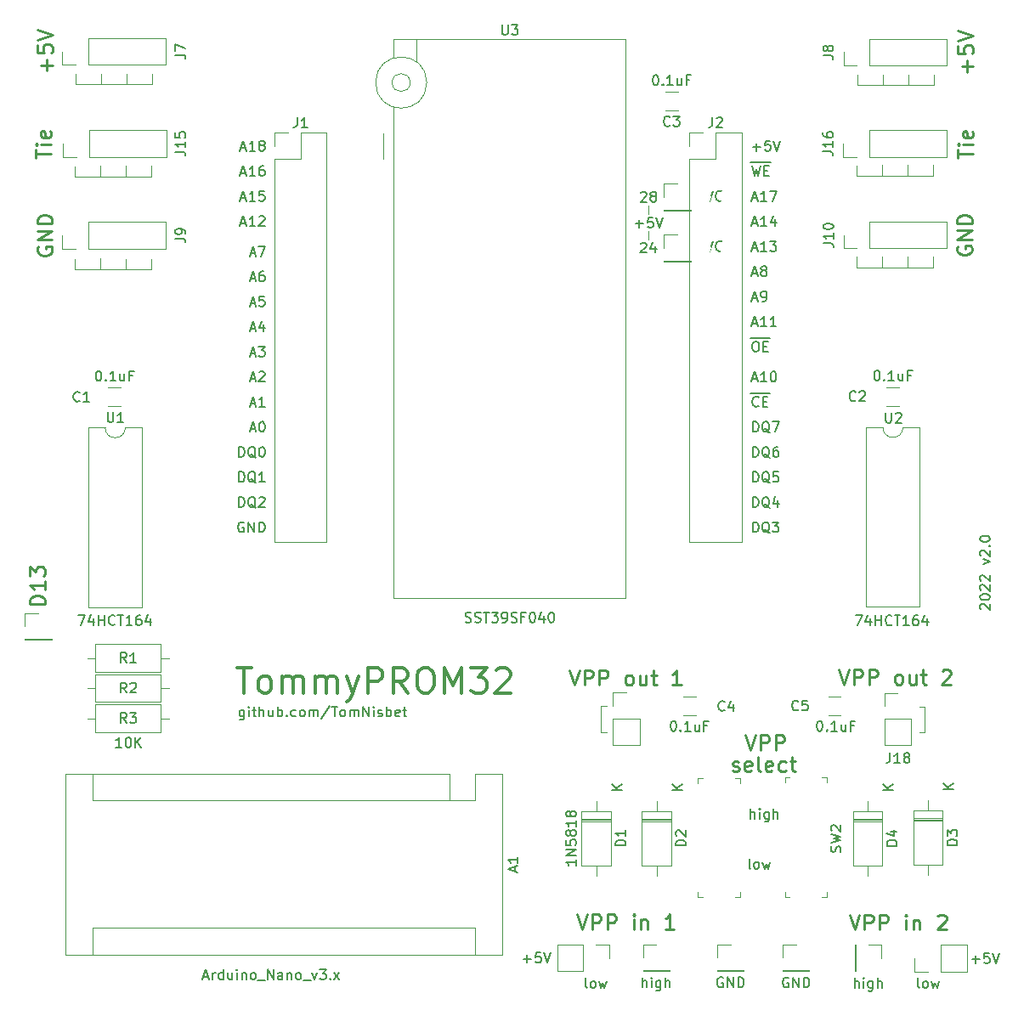
<source format=gto>
G04 #@! TF.GenerationSoftware,KiCad,Pcbnew,(5.1.9)-1*
G04 #@! TF.CreationDate,2022-12-20T17:35:44-05:00*
G04 #@! TF.ProjectId,TommyPROM32,546f6d6d-7950-4524-9f4d-33322e6b6963,rev?*
G04 #@! TF.SameCoordinates,Original*
G04 #@! TF.FileFunction,Legend,Top*
G04 #@! TF.FilePolarity,Positive*
%FSLAX46Y46*%
G04 Gerber Fmt 4.6, Leading zero omitted, Abs format (unit mm)*
G04 Created by KiCad (PCBNEW (5.1.9)-1) date 2022-12-20 17:35:44*
%MOMM*%
%LPD*%
G01*
G04 APERTURE LIST*
%ADD10C,0.120000*%
%ADD11C,0.250000*%
%ADD12C,0.150000*%
%ADD13C,0.350000*%
%ADD14C,0.100000*%
%ADD15O,1.600000X1.600000*%
%ADD16R,1.600000X1.600000*%
%ADD17R,1.700000X1.700000*%
%ADD18C,1.600000*%
%ADD19C,1.900000*%
%ADD20R,1.900000X1.900000*%
%ADD21O,1.700000X1.700000*%
%ADD22O,2.200000X2.200000*%
%ADD23R,2.200000X2.200000*%
%ADD24O,2.000000X1.440000*%
%ADD25R,2.000000X1.440000*%
G04 APERTURE END LIST*
D10*
X62260000Y-60240000D02*
X62260000Y-61280000D01*
X64800000Y-61270000D02*
X64800000Y-60200000D01*
X69880000Y-61280000D02*
X69880000Y-60210000D01*
X67350000Y-61280000D02*
X67350000Y-60210000D01*
X62260000Y-61280000D02*
X69880000Y-61280000D01*
X62300000Y-52020000D02*
X69920000Y-52020000D01*
X67390000Y-52020000D02*
X67390000Y-50950000D01*
X64840000Y-52010000D02*
X64840000Y-50940000D01*
X69920000Y-52020000D02*
X69920000Y-50950000D01*
X62300000Y-50980000D02*
X62300000Y-52020000D01*
X62370000Y-42830000D02*
X69990000Y-42830000D01*
X67460000Y-42830000D02*
X67460000Y-41760000D01*
X69990000Y-42830000D02*
X69990000Y-41760000D01*
X64910000Y-42820000D02*
X64910000Y-41750000D01*
X62370000Y-41790000D02*
X62370000Y-42830000D01*
X147850000Y-42930000D02*
X147850000Y-41860000D01*
X140230000Y-42930000D02*
X147850000Y-42930000D01*
X142770000Y-42920000D02*
X142770000Y-41850000D01*
X145320000Y-42930000D02*
X145320000Y-41860000D01*
X140230000Y-41890000D02*
X140230000Y-42930000D01*
X142720000Y-51940000D02*
X142720000Y-50870000D01*
X140180000Y-50910000D02*
X140180000Y-51950000D01*
X140180000Y-51950000D02*
X147800000Y-51950000D01*
X145270000Y-51950000D02*
X145270000Y-50880000D01*
X147800000Y-51950000D02*
X147800000Y-50880000D01*
X142740000Y-61050000D02*
X142740000Y-59980000D01*
X145290000Y-61060000D02*
X145290000Y-59990000D01*
X147820000Y-61060000D02*
X147820000Y-59990000D01*
X140200000Y-61060000D02*
X147820000Y-61060000D01*
X140200000Y-60020000D02*
X140200000Y-61060000D01*
X146930000Y-107420000D02*
X146920000Y-104830000D01*
X146920000Y-104830000D02*
X146410000Y-104830000D01*
X146410000Y-107420000D02*
X146930000Y-107420000D01*
D11*
X139467142Y-125588571D02*
X139967142Y-127088571D01*
X140467142Y-125588571D01*
X140967142Y-127088571D02*
X140967142Y-125588571D01*
X141538571Y-125588571D01*
X141681428Y-125660000D01*
X141752857Y-125731428D01*
X141824285Y-125874285D01*
X141824285Y-126088571D01*
X141752857Y-126231428D01*
X141681428Y-126302857D01*
X141538571Y-126374285D01*
X140967142Y-126374285D01*
X142467142Y-127088571D02*
X142467142Y-125588571D01*
X143038571Y-125588571D01*
X143181428Y-125660000D01*
X143252857Y-125731428D01*
X143324285Y-125874285D01*
X143324285Y-126088571D01*
X143252857Y-126231428D01*
X143181428Y-126302857D01*
X143038571Y-126374285D01*
X142467142Y-126374285D01*
X145110000Y-127088571D02*
X145110000Y-126088571D01*
X145110000Y-125588571D02*
X145038571Y-125660000D01*
X145110000Y-125731428D01*
X145181428Y-125660000D01*
X145110000Y-125588571D01*
X145110000Y-125731428D01*
X145824285Y-126088571D02*
X145824285Y-127088571D01*
X145824285Y-126231428D02*
X145895714Y-126160000D01*
X146038571Y-126088571D01*
X146252857Y-126088571D01*
X146395714Y-126160000D01*
X146467142Y-126302857D01*
X146467142Y-127088571D01*
X148252857Y-125731428D02*
X148324285Y-125660000D01*
X148467142Y-125588571D01*
X148824285Y-125588571D01*
X148967142Y-125660000D01*
X149038571Y-125731428D01*
X149110000Y-125874285D01*
X149110000Y-126017142D01*
X149038571Y-126231428D01*
X148181428Y-127088571D01*
X149110000Y-127088571D01*
D10*
X119470000Y-57470000D02*
X119470000Y-58310000D01*
X119460000Y-54900000D02*
X119460000Y-55740000D01*
X114730000Y-107370000D02*
X115240000Y-107370000D01*
X114720000Y-104780000D02*
X114730000Y-107370000D01*
X115240000Y-104780000D02*
X114720000Y-104780000D01*
D12*
X152547619Y-95166666D02*
X152500000Y-95119047D01*
X152452380Y-95023809D01*
X152452380Y-94785714D01*
X152500000Y-94690476D01*
X152547619Y-94642857D01*
X152642857Y-94595238D01*
X152738095Y-94595238D01*
X152880952Y-94642857D01*
X153452380Y-95214285D01*
X153452380Y-94595238D01*
X152452380Y-93976190D02*
X152452380Y-93880952D01*
X152500000Y-93785714D01*
X152547619Y-93738095D01*
X152642857Y-93690476D01*
X152833333Y-93642857D01*
X153071428Y-93642857D01*
X153261904Y-93690476D01*
X153357142Y-93738095D01*
X153404761Y-93785714D01*
X153452380Y-93880952D01*
X153452380Y-93976190D01*
X153404761Y-94071428D01*
X153357142Y-94119047D01*
X153261904Y-94166666D01*
X153071428Y-94214285D01*
X152833333Y-94214285D01*
X152642857Y-94166666D01*
X152547619Y-94119047D01*
X152500000Y-94071428D01*
X152452380Y-93976190D01*
X152547619Y-93261904D02*
X152500000Y-93214285D01*
X152452380Y-93119047D01*
X152452380Y-92880952D01*
X152500000Y-92785714D01*
X152547619Y-92738095D01*
X152642857Y-92690476D01*
X152738095Y-92690476D01*
X152880952Y-92738095D01*
X153452380Y-93309523D01*
X153452380Y-92690476D01*
X152547619Y-92309523D02*
X152500000Y-92261904D01*
X152452380Y-92166666D01*
X152452380Y-91928571D01*
X152500000Y-91833333D01*
X152547619Y-91785714D01*
X152642857Y-91738095D01*
X152738095Y-91738095D01*
X152880952Y-91785714D01*
X153452380Y-92357142D01*
X153452380Y-91738095D01*
X152785714Y-90642857D02*
X153452380Y-90404761D01*
X152785714Y-90166666D01*
X152547619Y-89833333D02*
X152500000Y-89785714D01*
X152452380Y-89690476D01*
X152452380Y-89452380D01*
X152500000Y-89357142D01*
X152547619Y-89309523D01*
X152642857Y-89261904D01*
X152738095Y-89261904D01*
X152880952Y-89309523D01*
X153452380Y-89880952D01*
X153452380Y-89261904D01*
X153357142Y-88833333D02*
X153404761Y-88785714D01*
X153452380Y-88833333D01*
X153404761Y-88880952D01*
X153357142Y-88833333D01*
X153452380Y-88833333D01*
X152452380Y-88166666D02*
X152452380Y-88071428D01*
X152500000Y-87976190D01*
X152547619Y-87928571D01*
X152642857Y-87880952D01*
X152833333Y-87833333D01*
X153071428Y-87833333D01*
X153261904Y-87880952D01*
X153357142Y-87928571D01*
X153404761Y-87976190D01*
X153452380Y-88071428D01*
X153452380Y-88166666D01*
X153404761Y-88261904D01*
X153357142Y-88309523D01*
X153261904Y-88357142D01*
X153071428Y-88404761D01*
X152833333Y-88404761D01*
X152642857Y-88357142D01*
X152547619Y-88309523D01*
X152500000Y-88261904D01*
X152452380Y-88166666D01*
X79150476Y-105165714D02*
X79150476Y-105975238D01*
X79102857Y-106070476D01*
X79055238Y-106118095D01*
X78960000Y-106165714D01*
X78817142Y-106165714D01*
X78721904Y-106118095D01*
X79150476Y-105784761D02*
X79055238Y-105832380D01*
X78864761Y-105832380D01*
X78769523Y-105784761D01*
X78721904Y-105737142D01*
X78674285Y-105641904D01*
X78674285Y-105356190D01*
X78721904Y-105260952D01*
X78769523Y-105213333D01*
X78864761Y-105165714D01*
X79055238Y-105165714D01*
X79150476Y-105213333D01*
X79626666Y-105832380D02*
X79626666Y-105165714D01*
X79626666Y-104832380D02*
X79579047Y-104880000D01*
X79626666Y-104927619D01*
X79674285Y-104880000D01*
X79626666Y-104832380D01*
X79626666Y-104927619D01*
X79960000Y-105165714D02*
X80340952Y-105165714D01*
X80102857Y-104832380D02*
X80102857Y-105689523D01*
X80150476Y-105784761D01*
X80245714Y-105832380D01*
X80340952Y-105832380D01*
X80674285Y-105832380D02*
X80674285Y-104832380D01*
X81102857Y-105832380D02*
X81102857Y-105308571D01*
X81055238Y-105213333D01*
X80960000Y-105165714D01*
X80817142Y-105165714D01*
X80721904Y-105213333D01*
X80674285Y-105260952D01*
X82007619Y-105165714D02*
X82007619Y-105832380D01*
X81579047Y-105165714D02*
X81579047Y-105689523D01*
X81626666Y-105784761D01*
X81721904Y-105832380D01*
X81864761Y-105832380D01*
X81960000Y-105784761D01*
X82007619Y-105737142D01*
X82483809Y-105832380D02*
X82483809Y-104832380D01*
X82483809Y-105213333D02*
X82579047Y-105165714D01*
X82769523Y-105165714D01*
X82864761Y-105213333D01*
X82912380Y-105260952D01*
X82960000Y-105356190D01*
X82960000Y-105641904D01*
X82912380Y-105737142D01*
X82864761Y-105784761D01*
X82769523Y-105832380D01*
X82579047Y-105832380D01*
X82483809Y-105784761D01*
X83388571Y-105737142D02*
X83436190Y-105784761D01*
X83388571Y-105832380D01*
X83340952Y-105784761D01*
X83388571Y-105737142D01*
X83388571Y-105832380D01*
X84293333Y-105784761D02*
X84198095Y-105832380D01*
X84007619Y-105832380D01*
X83912380Y-105784761D01*
X83864761Y-105737142D01*
X83817142Y-105641904D01*
X83817142Y-105356190D01*
X83864761Y-105260952D01*
X83912380Y-105213333D01*
X84007619Y-105165714D01*
X84198095Y-105165714D01*
X84293333Y-105213333D01*
X84864761Y-105832380D02*
X84769523Y-105784761D01*
X84721904Y-105737142D01*
X84674285Y-105641904D01*
X84674285Y-105356190D01*
X84721904Y-105260952D01*
X84769523Y-105213333D01*
X84864761Y-105165714D01*
X85007619Y-105165714D01*
X85102857Y-105213333D01*
X85150476Y-105260952D01*
X85198095Y-105356190D01*
X85198095Y-105641904D01*
X85150476Y-105737142D01*
X85102857Y-105784761D01*
X85007619Y-105832380D01*
X84864761Y-105832380D01*
X85626666Y-105832380D02*
X85626666Y-105165714D01*
X85626666Y-105260952D02*
X85674285Y-105213333D01*
X85769523Y-105165714D01*
X85912380Y-105165714D01*
X86007619Y-105213333D01*
X86055238Y-105308571D01*
X86055238Y-105832380D01*
X86055238Y-105308571D02*
X86102857Y-105213333D01*
X86198095Y-105165714D01*
X86340952Y-105165714D01*
X86436190Y-105213333D01*
X86483809Y-105308571D01*
X86483809Y-105832380D01*
X87674285Y-104784761D02*
X86817142Y-106070476D01*
X87864761Y-104832380D02*
X88436190Y-104832380D01*
X88150476Y-105832380D02*
X88150476Y-104832380D01*
X88912380Y-105832380D02*
X88817142Y-105784761D01*
X88769523Y-105737142D01*
X88721904Y-105641904D01*
X88721904Y-105356190D01*
X88769523Y-105260952D01*
X88817142Y-105213333D01*
X88912380Y-105165714D01*
X89055238Y-105165714D01*
X89150476Y-105213333D01*
X89198095Y-105260952D01*
X89245714Y-105356190D01*
X89245714Y-105641904D01*
X89198095Y-105737142D01*
X89150476Y-105784761D01*
X89055238Y-105832380D01*
X88912380Y-105832380D01*
X89674285Y-105832380D02*
X89674285Y-105165714D01*
X89674285Y-105260952D02*
X89721904Y-105213333D01*
X89817142Y-105165714D01*
X89960000Y-105165714D01*
X90055238Y-105213333D01*
X90102857Y-105308571D01*
X90102857Y-105832380D01*
X90102857Y-105308571D02*
X90150476Y-105213333D01*
X90245714Y-105165714D01*
X90388571Y-105165714D01*
X90483809Y-105213333D01*
X90531428Y-105308571D01*
X90531428Y-105832380D01*
X91007619Y-105832380D02*
X91007619Y-104832380D01*
X91579047Y-105832380D01*
X91579047Y-104832380D01*
X92055238Y-105832380D02*
X92055238Y-105165714D01*
X92055238Y-104832380D02*
X92007619Y-104880000D01*
X92055238Y-104927619D01*
X92102857Y-104880000D01*
X92055238Y-104832380D01*
X92055238Y-104927619D01*
X92483809Y-105784761D02*
X92579047Y-105832380D01*
X92769523Y-105832380D01*
X92864761Y-105784761D01*
X92912380Y-105689523D01*
X92912380Y-105641904D01*
X92864761Y-105546666D01*
X92769523Y-105499047D01*
X92626666Y-105499047D01*
X92531428Y-105451428D01*
X92483809Y-105356190D01*
X92483809Y-105308571D01*
X92531428Y-105213333D01*
X92626666Y-105165714D01*
X92769523Y-105165714D01*
X92864761Y-105213333D01*
X93340952Y-105832380D02*
X93340952Y-104832380D01*
X93340952Y-105213333D02*
X93436190Y-105165714D01*
X93626666Y-105165714D01*
X93721904Y-105213333D01*
X93769523Y-105260952D01*
X93817142Y-105356190D01*
X93817142Y-105641904D01*
X93769523Y-105737142D01*
X93721904Y-105784761D01*
X93626666Y-105832380D01*
X93436190Y-105832380D01*
X93340952Y-105784761D01*
X94626666Y-105784761D02*
X94531428Y-105832380D01*
X94340952Y-105832380D01*
X94245714Y-105784761D01*
X94198095Y-105689523D01*
X94198095Y-105308571D01*
X94245714Y-105213333D01*
X94340952Y-105165714D01*
X94531428Y-105165714D01*
X94626666Y-105213333D01*
X94674285Y-105308571D01*
X94674285Y-105403809D01*
X94198095Y-105499047D01*
X94960000Y-105165714D02*
X95340952Y-105165714D01*
X95102857Y-104832380D02*
X95102857Y-105689523D01*
X95150476Y-105784761D01*
X95245714Y-105832380D01*
X95340952Y-105832380D01*
D13*
X78425595Y-100980952D02*
X79854166Y-100980952D01*
X79139880Y-103480952D02*
X79139880Y-100980952D01*
X81044642Y-103480952D02*
X80806547Y-103361904D01*
X80687500Y-103242857D01*
X80568452Y-103004761D01*
X80568452Y-102290476D01*
X80687500Y-102052380D01*
X80806547Y-101933333D01*
X81044642Y-101814285D01*
X81401785Y-101814285D01*
X81639880Y-101933333D01*
X81758928Y-102052380D01*
X81877976Y-102290476D01*
X81877976Y-103004761D01*
X81758928Y-103242857D01*
X81639880Y-103361904D01*
X81401785Y-103480952D01*
X81044642Y-103480952D01*
X82949404Y-103480952D02*
X82949404Y-101814285D01*
X82949404Y-102052380D02*
X83068452Y-101933333D01*
X83306547Y-101814285D01*
X83663690Y-101814285D01*
X83901785Y-101933333D01*
X84020833Y-102171428D01*
X84020833Y-103480952D01*
X84020833Y-102171428D02*
X84139880Y-101933333D01*
X84377976Y-101814285D01*
X84735119Y-101814285D01*
X84973214Y-101933333D01*
X85092261Y-102171428D01*
X85092261Y-103480952D01*
X86282738Y-103480952D02*
X86282738Y-101814285D01*
X86282738Y-102052380D02*
X86401785Y-101933333D01*
X86639880Y-101814285D01*
X86997023Y-101814285D01*
X87235119Y-101933333D01*
X87354166Y-102171428D01*
X87354166Y-103480952D01*
X87354166Y-102171428D02*
X87473214Y-101933333D01*
X87711309Y-101814285D01*
X88068452Y-101814285D01*
X88306547Y-101933333D01*
X88425595Y-102171428D01*
X88425595Y-103480952D01*
X89377976Y-101814285D02*
X89973214Y-103480952D01*
X90568452Y-101814285D02*
X89973214Y-103480952D01*
X89735119Y-104076190D01*
X89616071Y-104195238D01*
X89377976Y-104314285D01*
X91520833Y-103480952D02*
X91520833Y-100980952D01*
X92473214Y-100980952D01*
X92711309Y-101100000D01*
X92830357Y-101219047D01*
X92949404Y-101457142D01*
X92949404Y-101814285D01*
X92830357Y-102052380D01*
X92711309Y-102171428D01*
X92473214Y-102290476D01*
X91520833Y-102290476D01*
X95449404Y-103480952D02*
X94616071Y-102290476D01*
X94020833Y-103480952D02*
X94020833Y-100980952D01*
X94973214Y-100980952D01*
X95211309Y-101100000D01*
X95330357Y-101219047D01*
X95449404Y-101457142D01*
X95449404Y-101814285D01*
X95330357Y-102052380D01*
X95211309Y-102171428D01*
X94973214Y-102290476D01*
X94020833Y-102290476D01*
X96997023Y-100980952D02*
X97473214Y-100980952D01*
X97711309Y-101100000D01*
X97949404Y-101338095D01*
X98068452Y-101814285D01*
X98068452Y-102647619D01*
X97949404Y-103123809D01*
X97711309Y-103361904D01*
X97473214Y-103480952D01*
X96997023Y-103480952D01*
X96758928Y-103361904D01*
X96520833Y-103123809D01*
X96401785Y-102647619D01*
X96401785Y-101814285D01*
X96520833Y-101338095D01*
X96758928Y-101100000D01*
X96997023Y-100980952D01*
X99139880Y-103480952D02*
X99139880Y-100980952D01*
X99973214Y-102766666D01*
X100806547Y-100980952D01*
X100806547Y-103480952D01*
X101758928Y-100980952D02*
X103306547Y-100980952D01*
X102473214Y-101933333D01*
X102830357Y-101933333D01*
X103068452Y-102052380D01*
X103187500Y-102171428D01*
X103306547Y-102409523D01*
X103306547Y-103004761D01*
X103187500Y-103242857D01*
X103068452Y-103361904D01*
X102830357Y-103480952D01*
X102116071Y-103480952D01*
X101877976Y-103361904D01*
X101758928Y-103242857D01*
X104258928Y-101219047D02*
X104377976Y-101100000D01*
X104616071Y-100980952D01*
X105211309Y-100980952D01*
X105449404Y-101100000D01*
X105568452Y-101219047D01*
X105687500Y-101457142D01*
X105687500Y-101695238D01*
X105568452Y-102052380D01*
X104139880Y-103480952D01*
X105687500Y-103480952D01*
D11*
X112347142Y-125558571D02*
X112847142Y-127058571D01*
X113347142Y-125558571D01*
X113847142Y-127058571D02*
X113847142Y-125558571D01*
X114418571Y-125558571D01*
X114561428Y-125630000D01*
X114632857Y-125701428D01*
X114704285Y-125844285D01*
X114704285Y-126058571D01*
X114632857Y-126201428D01*
X114561428Y-126272857D01*
X114418571Y-126344285D01*
X113847142Y-126344285D01*
X115347142Y-127058571D02*
X115347142Y-125558571D01*
X115918571Y-125558571D01*
X116061428Y-125630000D01*
X116132857Y-125701428D01*
X116204285Y-125844285D01*
X116204285Y-126058571D01*
X116132857Y-126201428D01*
X116061428Y-126272857D01*
X115918571Y-126344285D01*
X115347142Y-126344285D01*
X117990000Y-127058571D02*
X117990000Y-126058571D01*
X117990000Y-125558571D02*
X117918571Y-125630000D01*
X117990000Y-125701428D01*
X118061428Y-125630000D01*
X117990000Y-125558571D01*
X117990000Y-125701428D01*
X118704285Y-126058571D02*
X118704285Y-127058571D01*
X118704285Y-126201428D02*
X118775714Y-126130000D01*
X118918571Y-126058571D01*
X119132857Y-126058571D01*
X119275714Y-126130000D01*
X119347142Y-126272857D01*
X119347142Y-127058571D01*
X121990000Y-127058571D02*
X121132857Y-127058571D01*
X121561428Y-127058571D02*
X121561428Y-125558571D01*
X121418571Y-125772857D01*
X121275714Y-125915714D01*
X121132857Y-125987142D01*
D12*
X78831071Y-49166666D02*
X79307261Y-49166666D01*
X78735833Y-49452380D02*
X79069166Y-48452380D01*
X79402500Y-49452380D01*
X80259642Y-49452380D02*
X79688214Y-49452380D01*
X79973928Y-49452380D02*
X79973928Y-48452380D01*
X79878690Y-48595238D01*
X79783452Y-48690476D01*
X79688214Y-48738095D01*
X80831071Y-48880952D02*
X80735833Y-48833333D01*
X80688214Y-48785714D01*
X80640595Y-48690476D01*
X80640595Y-48642857D01*
X80688214Y-48547619D01*
X80735833Y-48500000D01*
X80831071Y-48452380D01*
X81021547Y-48452380D01*
X81116785Y-48500000D01*
X81164404Y-48547619D01*
X81212023Y-48642857D01*
X81212023Y-48690476D01*
X81164404Y-48785714D01*
X81116785Y-48833333D01*
X81021547Y-48880952D01*
X80831071Y-48880952D01*
X80735833Y-48928571D01*
X80688214Y-48976190D01*
X80640595Y-49071428D01*
X80640595Y-49261904D01*
X80688214Y-49357142D01*
X80735833Y-49404761D01*
X80831071Y-49452380D01*
X81021547Y-49452380D01*
X81116785Y-49404761D01*
X81164404Y-49357142D01*
X81212023Y-49261904D01*
X81212023Y-49071428D01*
X81164404Y-48976190D01*
X81116785Y-48928571D01*
X81021547Y-48880952D01*
X78831071Y-51666666D02*
X79307261Y-51666666D01*
X78735833Y-51952380D02*
X79069166Y-50952380D01*
X79402500Y-51952380D01*
X80259642Y-51952380D02*
X79688214Y-51952380D01*
X79973928Y-51952380D02*
X79973928Y-50952380D01*
X79878690Y-51095238D01*
X79783452Y-51190476D01*
X79688214Y-51238095D01*
X81116785Y-50952380D02*
X80926309Y-50952380D01*
X80831071Y-51000000D01*
X80783452Y-51047619D01*
X80688214Y-51190476D01*
X80640595Y-51380952D01*
X80640595Y-51761904D01*
X80688214Y-51857142D01*
X80735833Y-51904761D01*
X80831071Y-51952380D01*
X81021547Y-51952380D01*
X81116785Y-51904761D01*
X81164404Y-51857142D01*
X81212023Y-51761904D01*
X81212023Y-51523809D01*
X81164404Y-51428571D01*
X81116785Y-51380952D01*
X81021547Y-51333333D01*
X80831071Y-51333333D01*
X80735833Y-51380952D01*
X80688214Y-51428571D01*
X80640595Y-51523809D01*
X78831071Y-54166666D02*
X79307261Y-54166666D01*
X78735833Y-54452380D02*
X79069166Y-53452380D01*
X79402500Y-54452380D01*
X80259642Y-54452380D02*
X79688214Y-54452380D01*
X79973928Y-54452380D02*
X79973928Y-53452380D01*
X79878690Y-53595238D01*
X79783452Y-53690476D01*
X79688214Y-53738095D01*
X81164404Y-53452380D02*
X80688214Y-53452380D01*
X80640595Y-53928571D01*
X80688214Y-53880952D01*
X80783452Y-53833333D01*
X81021547Y-53833333D01*
X81116785Y-53880952D01*
X81164404Y-53928571D01*
X81212023Y-54023809D01*
X81212023Y-54261904D01*
X81164404Y-54357142D01*
X81116785Y-54404761D01*
X81021547Y-54452380D01*
X80783452Y-54452380D01*
X80688214Y-54404761D01*
X80640595Y-54357142D01*
X78831071Y-56666666D02*
X79307261Y-56666666D01*
X78735833Y-56952380D02*
X79069166Y-55952380D01*
X79402500Y-56952380D01*
X80259642Y-56952380D02*
X79688214Y-56952380D01*
X79973928Y-56952380D02*
X79973928Y-55952380D01*
X79878690Y-56095238D01*
X79783452Y-56190476D01*
X79688214Y-56238095D01*
X80640595Y-56047619D02*
X80688214Y-56000000D01*
X80783452Y-55952380D01*
X81021547Y-55952380D01*
X81116785Y-56000000D01*
X81164404Y-56047619D01*
X81212023Y-56142857D01*
X81212023Y-56238095D01*
X81164404Y-56380952D01*
X80592976Y-56952380D01*
X81212023Y-56952380D01*
X79783452Y-59666666D02*
X80259642Y-59666666D01*
X79688214Y-59952380D02*
X80021547Y-58952380D01*
X80354880Y-59952380D01*
X80592976Y-58952380D02*
X81259642Y-58952380D01*
X80831071Y-59952380D01*
X79783452Y-62166666D02*
X80259642Y-62166666D01*
X79688214Y-62452380D02*
X80021547Y-61452380D01*
X80354880Y-62452380D01*
X81116785Y-61452380D02*
X80926309Y-61452380D01*
X80831071Y-61500000D01*
X80783452Y-61547619D01*
X80688214Y-61690476D01*
X80640595Y-61880952D01*
X80640595Y-62261904D01*
X80688214Y-62357142D01*
X80735833Y-62404761D01*
X80831071Y-62452380D01*
X81021547Y-62452380D01*
X81116785Y-62404761D01*
X81164404Y-62357142D01*
X81212023Y-62261904D01*
X81212023Y-62023809D01*
X81164404Y-61928571D01*
X81116785Y-61880952D01*
X81021547Y-61833333D01*
X80831071Y-61833333D01*
X80735833Y-61880952D01*
X80688214Y-61928571D01*
X80640595Y-62023809D01*
X79783452Y-64666666D02*
X80259642Y-64666666D01*
X79688214Y-64952380D02*
X80021547Y-63952380D01*
X80354880Y-64952380D01*
X81164404Y-63952380D02*
X80688214Y-63952380D01*
X80640595Y-64428571D01*
X80688214Y-64380952D01*
X80783452Y-64333333D01*
X81021547Y-64333333D01*
X81116785Y-64380952D01*
X81164404Y-64428571D01*
X81212023Y-64523809D01*
X81212023Y-64761904D01*
X81164404Y-64857142D01*
X81116785Y-64904761D01*
X81021547Y-64952380D01*
X80783452Y-64952380D01*
X80688214Y-64904761D01*
X80640595Y-64857142D01*
X79783452Y-67166666D02*
X80259642Y-67166666D01*
X79688214Y-67452380D02*
X80021547Y-66452380D01*
X80354880Y-67452380D01*
X81116785Y-66785714D02*
X81116785Y-67452380D01*
X80878690Y-66404761D02*
X80640595Y-67119047D01*
X81259642Y-67119047D01*
X79783452Y-69666666D02*
X80259642Y-69666666D01*
X79688214Y-69952380D02*
X80021547Y-68952380D01*
X80354880Y-69952380D01*
X80592976Y-68952380D02*
X81212023Y-68952380D01*
X80878690Y-69333333D01*
X81021547Y-69333333D01*
X81116785Y-69380952D01*
X81164404Y-69428571D01*
X81212023Y-69523809D01*
X81212023Y-69761904D01*
X81164404Y-69857142D01*
X81116785Y-69904761D01*
X81021547Y-69952380D01*
X80735833Y-69952380D01*
X80640595Y-69904761D01*
X80592976Y-69857142D01*
X79783452Y-72166666D02*
X80259642Y-72166666D01*
X79688214Y-72452380D02*
X80021547Y-71452380D01*
X80354880Y-72452380D01*
X80640595Y-71547619D02*
X80688214Y-71500000D01*
X80783452Y-71452380D01*
X81021547Y-71452380D01*
X81116785Y-71500000D01*
X81164404Y-71547619D01*
X81212023Y-71642857D01*
X81212023Y-71738095D01*
X81164404Y-71880952D01*
X80592976Y-72452380D01*
X81212023Y-72452380D01*
X79783452Y-74666666D02*
X80259642Y-74666666D01*
X79688214Y-74952380D02*
X80021547Y-73952380D01*
X80354880Y-74952380D01*
X81212023Y-74952380D02*
X80640595Y-74952380D01*
X80926309Y-74952380D02*
X80926309Y-73952380D01*
X80831071Y-74095238D01*
X80735833Y-74190476D01*
X80640595Y-74238095D01*
X79783452Y-77166666D02*
X80259642Y-77166666D01*
X79688214Y-77452380D02*
X80021547Y-76452380D01*
X80354880Y-77452380D01*
X80878690Y-76452380D02*
X80973928Y-76452380D01*
X81069166Y-76500000D01*
X81116785Y-76547619D01*
X81164404Y-76642857D01*
X81212023Y-76833333D01*
X81212023Y-77071428D01*
X81164404Y-77261904D01*
X81116785Y-77357142D01*
X81069166Y-77404761D01*
X80973928Y-77452380D01*
X80878690Y-77452380D01*
X80783452Y-77404761D01*
X80735833Y-77357142D01*
X80688214Y-77261904D01*
X80640595Y-77071428D01*
X80640595Y-76833333D01*
X80688214Y-76642857D01*
X80735833Y-76547619D01*
X80783452Y-76500000D01*
X80878690Y-76452380D01*
X78640595Y-79952380D02*
X78640595Y-78952380D01*
X78878690Y-78952380D01*
X79021547Y-79000000D01*
X79116785Y-79095238D01*
X79164404Y-79190476D01*
X79212023Y-79380952D01*
X79212023Y-79523809D01*
X79164404Y-79714285D01*
X79116785Y-79809523D01*
X79021547Y-79904761D01*
X78878690Y-79952380D01*
X78640595Y-79952380D01*
X80307261Y-80047619D02*
X80212023Y-80000000D01*
X80116785Y-79904761D01*
X79973928Y-79761904D01*
X79878690Y-79714285D01*
X79783452Y-79714285D01*
X79831071Y-79952380D02*
X79735833Y-79904761D01*
X79640595Y-79809523D01*
X79592976Y-79619047D01*
X79592976Y-79285714D01*
X79640595Y-79095238D01*
X79735833Y-79000000D01*
X79831071Y-78952380D01*
X80021547Y-78952380D01*
X80116785Y-79000000D01*
X80212023Y-79095238D01*
X80259642Y-79285714D01*
X80259642Y-79619047D01*
X80212023Y-79809523D01*
X80116785Y-79904761D01*
X80021547Y-79952380D01*
X79831071Y-79952380D01*
X80878690Y-78952380D02*
X80973928Y-78952380D01*
X81069166Y-79000000D01*
X81116785Y-79047619D01*
X81164404Y-79142857D01*
X81212023Y-79333333D01*
X81212023Y-79571428D01*
X81164404Y-79761904D01*
X81116785Y-79857142D01*
X81069166Y-79904761D01*
X80973928Y-79952380D01*
X80878690Y-79952380D01*
X80783452Y-79904761D01*
X80735833Y-79857142D01*
X80688214Y-79761904D01*
X80640595Y-79571428D01*
X80640595Y-79333333D01*
X80688214Y-79142857D01*
X80735833Y-79047619D01*
X80783452Y-79000000D01*
X80878690Y-78952380D01*
X78640595Y-82452380D02*
X78640595Y-81452380D01*
X78878690Y-81452380D01*
X79021547Y-81500000D01*
X79116785Y-81595238D01*
X79164404Y-81690476D01*
X79212023Y-81880952D01*
X79212023Y-82023809D01*
X79164404Y-82214285D01*
X79116785Y-82309523D01*
X79021547Y-82404761D01*
X78878690Y-82452380D01*
X78640595Y-82452380D01*
X80307261Y-82547619D02*
X80212023Y-82500000D01*
X80116785Y-82404761D01*
X79973928Y-82261904D01*
X79878690Y-82214285D01*
X79783452Y-82214285D01*
X79831071Y-82452380D02*
X79735833Y-82404761D01*
X79640595Y-82309523D01*
X79592976Y-82119047D01*
X79592976Y-81785714D01*
X79640595Y-81595238D01*
X79735833Y-81500000D01*
X79831071Y-81452380D01*
X80021547Y-81452380D01*
X80116785Y-81500000D01*
X80212023Y-81595238D01*
X80259642Y-81785714D01*
X80259642Y-82119047D01*
X80212023Y-82309523D01*
X80116785Y-82404761D01*
X80021547Y-82452380D01*
X79831071Y-82452380D01*
X81212023Y-82452380D02*
X80640595Y-82452380D01*
X80926309Y-82452380D02*
X80926309Y-81452380D01*
X80831071Y-81595238D01*
X80735833Y-81690476D01*
X80640595Y-81738095D01*
X78640595Y-84952380D02*
X78640595Y-83952380D01*
X78878690Y-83952380D01*
X79021547Y-84000000D01*
X79116785Y-84095238D01*
X79164404Y-84190476D01*
X79212023Y-84380952D01*
X79212023Y-84523809D01*
X79164404Y-84714285D01*
X79116785Y-84809523D01*
X79021547Y-84904761D01*
X78878690Y-84952380D01*
X78640595Y-84952380D01*
X80307261Y-85047619D02*
X80212023Y-85000000D01*
X80116785Y-84904761D01*
X79973928Y-84761904D01*
X79878690Y-84714285D01*
X79783452Y-84714285D01*
X79831071Y-84952380D02*
X79735833Y-84904761D01*
X79640595Y-84809523D01*
X79592976Y-84619047D01*
X79592976Y-84285714D01*
X79640595Y-84095238D01*
X79735833Y-84000000D01*
X79831071Y-83952380D01*
X80021547Y-83952380D01*
X80116785Y-84000000D01*
X80212023Y-84095238D01*
X80259642Y-84285714D01*
X80259642Y-84619047D01*
X80212023Y-84809523D01*
X80116785Y-84904761D01*
X80021547Y-84952380D01*
X79831071Y-84952380D01*
X80640595Y-84047619D02*
X80688214Y-84000000D01*
X80783452Y-83952380D01*
X81021547Y-83952380D01*
X81116785Y-84000000D01*
X81164404Y-84047619D01*
X81212023Y-84142857D01*
X81212023Y-84238095D01*
X81164404Y-84380952D01*
X80592976Y-84952380D01*
X81212023Y-84952380D01*
X79116785Y-86500000D02*
X79021547Y-86452380D01*
X78878690Y-86452380D01*
X78735833Y-86500000D01*
X78640595Y-86595238D01*
X78592976Y-86690476D01*
X78545357Y-86880952D01*
X78545357Y-87023809D01*
X78592976Y-87214285D01*
X78640595Y-87309523D01*
X78735833Y-87404761D01*
X78878690Y-87452380D01*
X78973928Y-87452380D01*
X79116785Y-87404761D01*
X79164404Y-87357142D01*
X79164404Y-87023809D01*
X78973928Y-87023809D01*
X79592976Y-87452380D02*
X79592976Y-86452380D01*
X80164404Y-87452380D01*
X80164404Y-86452380D01*
X80640595Y-87452380D02*
X80640595Y-86452380D01*
X80878690Y-86452380D01*
X81021547Y-86500000D01*
X81116785Y-86595238D01*
X81164404Y-86690476D01*
X81212023Y-86880952D01*
X81212023Y-87023809D01*
X81164404Y-87214285D01*
X81116785Y-87309523D01*
X81021547Y-87404761D01*
X80878690Y-87452380D01*
X80640595Y-87452380D01*
X129835595Y-79952380D02*
X129835595Y-78952380D01*
X130073690Y-78952380D01*
X130216547Y-79000000D01*
X130311785Y-79095238D01*
X130359404Y-79190476D01*
X130407023Y-79380952D01*
X130407023Y-79523809D01*
X130359404Y-79714285D01*
X130311785Y-79809523D01*
X130216547Y-79904761D01*
X130073690Y-79952380D01*
X129835595Y-79952380D01*
X131502261Y-80047619D02*
X131407023Y-80000000D01*
X131311785Y-79904761D01*
X131168928Y-79761904D01*
X131073690Y-79714285D01*
X130978452Y-79714285D01*
X131026071Y-79952380D02*
X130930833Y-79904761D01*
X130835595Y-79809523D01*
X130787976Y-79619047D01*
X130787976Y-79285714D01*
X130835595Y-79095238D01*
X130930833Y-79000000D01*
X131026071Y-78952380D01*
X131216547Y-78952380D01*
X131311785Y-79000000D01*
X131407023Y-79095238D01*
X131454642Y-79285714D01*
X131454642Y-79619047D01*
X131407023Y-79809523D01*
X131311785Y-79904761D01*
X131216547Y-79952380D01*
X131026071Y-79952380D01*
X132311785Y-78952380D02*
X132121309Y-78952380D01*
X132026071Y-79000000D01*
X131978452Y-79047619D01*
X131883214Y-79190476D01*
X131835595Y-79380952D01*
X131835595Y-79761904D01*
X131883214Y-79857142D01*
X131930833Y-79904761D01*
X132026071Y-79952380D01*
X132216547Y-79952380D01*
X132311785Y-79904761D01*
X132359404Y-79857142D01*
X132407023Y-79761904D01*
X132407023Y-79523809D01*
X132359404Y-79428571D01*
X132311785Y-79380952D01*
X132216547Y-79333333D01*
X132026071Y-79333333D01*
X131930833Y-79380952D01*
X131883214Y-79428571D01*
X131835595Y-79523809D01*
X129835595Y-82452380D02*
X129835595Y-81452380D01*
X130073690Y-81452380D01*
X130216547Y-81500000D01*
X130311785Y-81595238D01*
X130359404Y-81690476D01*
X130407023Y-81880952D01*
X130407023Y-82023809D01*
X130359404Y-82214285D01*
X130311785Y-82309523D01*
X130216547Y-82404761D01*
X130073690Y-82452380D01*
X129835595Y-82452380D01*
X131502261Y-82547619D02*
X131407023Y-82500000D01*
X131311785Y-82404761D01*
X131168928Y-82261904D01*
X131073690Y-82214285D01*
X130978452Y-82214285D01*
X131026071Y-82452380D02*
X130930833Y-82404761D01*
X130835595Y-82309523D01*
X130787976Y-82119047D01*
X130787976Y-81785714D01*
X130835595Y-81595238D01*
X130930833Y-81500000D01*
X131026071Y-81452380D01*
X131216547Y-81452380D01*
X131311785Y-81500000D01*
X131407023Y-81595238D01*
X131454642Y-81785714D01*
X131454642Y-82119047D01*
X131407023Y-82309523D01*
X131311785Y-82404761D01*
X131216547Y-82452380D01*
X131026071Y-82452380D01*
X132359404Y-81452380D02*
X131883214Y-81452380D01*
X131835595Y-81928571D01*
X131883214Y-81880952D01*
X131978452Y-81833333D01*
X132216547Y-81833333D01*
X132311785Y-81880952D01*
X132359404Y-81928571D01*
X132407023Y-82023809D01*
X132407023Y-82261904D01*
X132359404Y-82357142D01*
X132311785Y-82404761D01*
X132216547Y-82452380D01*
X131978452Y-82452380D01*
X131883214Y-82404761D01*
X131835595Y-82357142D01*
X129835595Y-84952380D02*
X129835595Y-83952380D01*
X130073690Y-83952380D01*
X130216547Y-84000000D01*
X130311785Y-84095238D01*
X130359404Y-84190476D01*
X130407023Y-84380952D01*
X130407023Y-84523809D01*
X130359404Y-84714285D01*
X130311785Y-84809523D01*
X130216547Y-84904761D01*
X130073690Y-84952380D01*
X129835595Y-84952380D01*
X131502261Y-85047619D02*
X131407023Y-85000000D01*
X131311785Y-84904761D01*
X131168928Y-84761904D01*
X131073690Y-84714285D01*
X130978452Y-84714285D01*
X131026071Y-84952380D02*
X130930833Y-84904761D01*
X130835595Y-84809523D01*
X130787976Y-84619047D01*
X130787976Y-84285714D01*
X130835595Y-84095238D01*
X130930833Y-84000000D01*
X131026071Y-83952380D01*
X131216547Y-83952380D01*
X131311785Y-84000000D01*
X131407023Y-84095238D01*
X131454642Y-84285714D01*
X131454642Y-84619047D01*
X131407023Y-84809523D01*
X131311785Y-84904761D01*
X131216547Y-84952380D01*
X131026071Y-84952380D01*
X132311785Y-84285714D02*
X132311785Y-84952380D01*
X132073690Y-83904761D02*
X131835595Y-84619047D01*
X132454642Y-84619047D01*
X129835595Y-87452380D02*
X129835595Y-86452380D01*
X130073690Y-86452380D01*
X130216547Y-86500000D01*
X130311785Y-86595238D01*
X130359404Y-86690476D01*
X130407023Y-86880952D01*
X130407023Y-87023809D01*
X130359404Y-87214285D01*
X130311785Y-87309523D01*
X130216547Y-87404761D01*
X130073690Y-87452380D01*
X129835595Y-87452380D01*
X131502261Y-87547619D02*
X131407023Y-87500000D01*
X131311785Y-87404761D01*
X131168928Y-87261904D01*
X131073690Y-87214285D01*
X130978452Y-87214285D01*
X131026071Y-87452380D02*
X130930833Y-87404761D01*
X130835595Y-87309523D01*
X130787976Y-87119047D01*
X130787976Y-86785714D01*
X130835595Y-86595238D01*
X130930833Y-86500000D01*
X131026071Y-86452380D01*
X131216547Y-86452380D01*
X131311785Y-86500000D01*
X131407023Y-86595238D01*
X131454642Y-86785714D01*
X131454642Y-87119047D01*
X131407023Y-87309523D01*
X131311785Y-87404761D01*
X131216547Y-87452380D01*
X131026071Y-87452380D01*
X131787976Y-86452380D02*
X132407023Y-86452380D01*
X132073690Y-86833333D01*
X132216547Y-86833333D01*
X132311785Y-86880952D01*
X132359404Y-86928571D01*
X132407023Y-87023809D01*
X132407023Y-87261904D01*
X132359404Y-87357142D01*
X132311785Y-87404761D01*
X132216547Y-87452380D01*
X131930833Y-87452380D01*
X131835595Y-87404761D01*
X131787976Y-87357142D01*
X125192738Y-58452380D02*
X125526071Y-59452380D01*
X125859404Y-58452380D01*
X126764166Y-59357142D02*
X126716547Y-59404761D01*
X126573690Y-59452380D01*
X126478452Y-59452380D01*
X126335595Y-59404761D01*
X126240357Y-59309523D01*
X126192738Y-59214285D01*
X126145119Y-59023809D01*
X126145119Y-58880952D01*
X126192738Y-58690476D01*
X126240357Y-58595238D01*
X126335595Y-58500000D01*
X126478452Y-58452380D01*
X126573690Y-58452380D01*
X126716547Y-58500000D01*
X126764166Y-58547619D01*
X127764166Y-59357142D02*
X127716547Y-59404761D01*
X127573690Y-59452380D01*
X127478452Y-59452380D01*
X127335595Y-59404761D01*
X127240357Y-59309523D01*
X127192738Y-59214285D01*
X127145119Y-59023809D01*
X127145119Y-58880952D01*
X127192738Y-58690476D01*
X127240357Y-58595238D01*
X127335595Y-58500000D01*
X127478452Y-58452380D01*
X127573690Y-58452380D01*
X127716547Y-58500000D01*
X127764166Y-58547619D01*
X125192738Y-53452380D02*
X125526071Y-54452380D01*
X125859404Y-53452380D01*
X126764166Y-54357142D02*
X126716547Y-54404761D01*
X126573690Y-54452380D01*
X126478452Y-54452380D01*
X126335595Y-54404761D01*
X126240357Y-54309523D01*
X126192738Y-54214285D01*
X126145119Y-54023809D01*
X126145119Y-53880952D01*
X126192738Y-53690476D01*
X126240357Y-53595238D01*
X126335595Y-53500000D01*
X126478452Y-53452380D01*
X126573690Y-53452380D01*
X126716547Y-53500000D01*
X126764166Y-53547619D01*
X127764166Y-54357142D02*
X127716547Y-54404761D01*
X127573690Y-54452380D01*
X127478452Y-54452380D01*
X127335595Y-54404761D01*
X127240357Y-54309523D01*
X127192738Y-54214285D01*
X127145119Y-54023809D01*
X127145119Y-53880952D01*
X127192738Y-53690476D01*
X127240357Y-53595238D01*
X127335595Y-53500000D01*
X127478452Y-53452380D01*
X127573690Y-53452380D01*
X127716547Y-53500000D01*
X127764166Y-53547619D01*
X129835595Y-77452380D02*
X129835595Y-76452380D01*
X130073690Y-76452380D01*
X130216547Y-76500000D01*
X130311785Y-76595238D01*
X130359404Y-76690476D01*
X130407023Y-76880952D01*
X130407023Y-77023809D01*
X130359404Y-77214285D01*
X130311785Y-77309523D01*
X130216547Y-77404761D01*
X130073690Y-77452380D01*
X129835595Y-77452380D01*
X131502261Y-77547619D02*
X131407023Y-77500000D01*
X131311785Y-77404761D01*
X131168928Y-77261904D01*
X131073690Y-77214285D01*
X130978452Y-77214285D01*
X131026071Y-77452380D02*
X130930833Y-77404761D01*
X130835595Y-77309523D01*
X130787976Y-77119047D01*
X130787976Y-76785714D01*
X130835595Y-76595238D01*
X130930833Y-76500000D01*
X131026071Y-76452380D01*
X131216547Y-76452380D01*
X131311785Y-76500000D01*
X131407023Y-76595238D01*
X131454642Y-76785714D01*
X131454642Y-77119047D01*
X131407023Y-77309523D01*
X131311785Y-77404761D01*
X131216547Y-77452380D01*
X131026071Y-77452380D01*
X131787976Y-76452380D02*
X132454642Y-76452380D01*
X132026071Y-77452380D01*
X129597500Y-73585000D02*
X130597500Y-73585000D01*
X130407023Y-74857142D02*
X130359404Y-74904761D01*
X130216547Y-74952380D01*
X130121309Y-74952380D01*
X129978452Y-74904761D01*
X129883214Y-74809523D01*
X129835595Y-74714285D01*
X129787976Y-74523809D01*
X129787976Y-74380952D01*
X129835595Y-74190476D01*
X129883214Y-74095238D01*
X129978452Y-74000000D01*
X130121309Y-73952380D01*
X130216547Y-73952380D01*
X130359404Y-74000000D01*
X130407023Y-74047619D01*
X130597500Y-73585000D02*
X131502261Y-73585000D01*
X130835595Y-74428571D02*
X131168928Y-74428571D01*
X131311785Y-74952380D02*
X130835595Y-74952380D01*
X130835595Y-73952380D01*
X131311785Y-73952380D01*
X129787976Y-72166666D02*
X130264166Y-72166666D01*
X129692738Y-72452380D02*
X130026071Y-71452380D01*
X130359404Y-72452380D01*
X131216547Y-72452380D02*
X130645119Y-72452380D01*
X130930833Y-72452380D02*
X130930833Y-71452380D01*
X130835595Y-71595238D01*
X130740357Y-71690476D01*
X130645119Y-71738095D01*
X131835595Y-71452380D02*
X131930833Y-71452380D01*
X132026071Y-71500000D01*
X132073690Y-71547619D01*
X132121309Y-71642857D01*
X132168928Y-71833333D01*
X132168928Y-72071428D01*
X132121309Y-72261904D01*
X132073690Y-72357142D01*
X132026071Y-72404761D01*
X131930833Y-72452380D01*
X131835595Y-72452380D01*
X131740357Y-72404761D01*
X131692738Y-72357142D01*
X131645119Y-72261904D01*
X131597500Y-72071428D01*
X131597500Y-71833333D01*
X131645119Y-71642857D01*
X131692738Y-71547619D01*
X131740357Y-71500000D01*
X131835595Y-71452380D01*
X129597500Y-68085000D02*
X130645119Y-68085000D01*
X130026071Y-68452380D02*
X130216547Y-68452380D01*
X130311785Y-68500000D01*
X130407023Y-68595238D01*
X130454642Y-68785714D01*
X130454642Y-69119047D01*
X130407023Y-69309523D01*
X130311785Y-69404761D01*
X130216547Y-69452380D01*
X130026071Y-69452380D01*
X129930833Y-69404761D01*
X129835595Y-69309523D01*
X129787976Y-69119047D01*
X129787976Y-68785714D01*
X129835595Y-68595238D01*
X129930833Y-68500000D01*
X130026071Y-68452380D01*
X130645119Y-68085000D02*
X131549880Y-68085000D01*
X130883214Y-68928571D02*
X131216547Y-68928571D01*
X131359404Y-69452380D02*
X130883214Y-69452380D01*
X130883214Y-68452380D01*
X131359404Y-68452380D01*
X129787976Y-66666666D02*
X130264166Y-66666666D01*
X129692738Y-66952380D02*
X130026071Y-65952380D01*
X130359404Y-66952380D01*
X131216547Y-66952380D02*
X130645119Y-66952380D01*
X130930833Y-66952380D02*
X130930833Y-65952380D01*
X130835595Y-66095238D01*
X130740357Y-66190476D01*
X130645119Y-66238095D01*
X132168928Y-66952380D02*
X131597500Y-66952380D01*
X131883214Y-66952380D02*
X131883214Y-65952380D01*
X131787976Y-66095238D01*
X131692738Y-66190476D01*
X131597500Y-66238095D01*
X129787976Y-64166666D02*
X130264166Y-64166666D01*
X129692738Y-64452380D02*
X130026071Y-63452380D01*
X130359404Y-64452380D01*
X130740357Y-64452380D02*
X130930833Y-64452380D01*
X131026071Y-64404761D01*
X131073690Y-64357142D01*
X131168928Y-64214285D01*
X131216547Y-64023809D01*
X131216547Y-63642857D01*
X131168928Y-63547619D01*
X131121309Y-63500000D01*
X131026071Y-63452380D01*
X130835595Y-63452380D01*
X130740357Y-63500000D01*
X130692738Y-63547619D01*
X130645119Y-63642857D01*
X130645119Y-63880952D01*
X130692738Y-63976190D01*
X130740357Y-64023809D01*
X130835595Y-64071428D01*
X131026071Y-64071428D01*
X131121309Y-64023809D01*
X131168928Y-63976190D01*
X131216547Y-63880952D01*
X129787976Y-61666666D02*
X130264166Y-61666666D01*
X129692738Y-61952380D02*
X130026071Y-60952380D01*
X130359404Y-61952380D01*
X130835595Y-61380952D02*
X130740357Y-61333333D01*
X130692738Y-61285714D01*
X130645119Y-61190476D01*
X130645119Y-61142857D01*
X130692738Y-61047619D01*
X130740357Y-61000000D01*
X130835595Y-60952380D01*
X131026071Y-60952380D01*
X131121309Y-61000000D01*
X131168928Y-61047619D01*
X131216547Y-61142857D01*
X131216547Y-61190476D01*
X131168928Y-61285714D01*
X131121309Y-61333333D01*
X131026071Y-61380952D01*
X130835595Y-61380952D01*
X130740357Y-61428571D01*
X130692738Y-61476190D01*
X130645119Y-61571428D01*
X130645119Y-61761904D01*
X130692738Y-61857142D01*
X130740357Y-61904761D01*
X130835595Y-61952380D01*
X131026071Y-61952380D01*
X131121309Y-61904761D01*
X131168928Y-61857142D01*
X131216547Y-61761904D01*
X131216547Y-61571428D01*
X131168928Y-61476190D01*
X131121309Y-61428571D01*
X131026071Y-61380952D01*
X129787976Y-59166666D02*
X130264166Y-59166666D01*
X129692738Y-59452380D02*
X130026071Y-58452380D01*
X130359404Y-59452380D01*
X131216547Y-59452380D02*
X130645119Y-59452380D01*
X130930833Y-59452380D02*
X130930833Y-58452380D01*
X130835595Y-58595238D01*
X130740357Y-58690476D01*
X130645119Y-58738095D01*
X131549880Y-58452380D02*
X132168928Y-58452380D01*
X131835595Y-58833333D01*
X131978452Y-58833333D01*
X132073690Y-58880952D01*
X132121309Y-58928571D01*
X132168928Y-59023809D01*
X132168928Y-59261904D01*
X132121309Y-59357142D01*
X132073690Y-59404761D01*
X131978452Y-59452380D01*
X131692738Y-59452380D01*
X131597500Y-59404761D01*
X131549880Y-59357142D01*
X129787976Y-56666666D02*
X130264166Y-56666666D01*
X129692738Y-56952380D02*
X130026071Y-55952380D01*
X130359404Y-56952380D01*
X131216547Y-56952380D02*
X130645119Y-56952380D01*
X130930833Y-56952380D02*
X130930833Y-55952380D01*
X130835595Y-56095238D01*
X130740357Y-56190476D01*
X130645119Y-56238095D01*
X132073690Y-56285714D02*
X132073690Y-56952380D01*
X131835595Y-55904761D02*
X131597500Y-56619047D01*
X132216547Y-56619047D01*
X129835595Y-49071428D02*
X130597500Y-49071428D01*
X130216547Y-49452380D02*
X130216547Y-48690476D01*
X131549880Y-48452380D02*
X131073690Y-48452380D01*
X131026071Y-48928571D01*
X131073690Y-48880952D01*
X131168928Y-48833333D01*
X131407023Y-48833333D01*
X131502261Y-48880952D01*
X131549880Y-48928571D01*
X131597500Y-49023809D01*
X131597500Y-49261904D01*
X131549880Y-49357142D01*
X131502261Y-49404761D01*
X131407023Y-49452380D01*
X131168928Y-49452380D01*
X131073690Y-49404761D01*
X131026071Y-49357142D01*
X131883214Y-48452380D02*
X132216547Y-49452380D01*
X132549880Y-48452380D01*
X129787976Y-54166666D02*
X130264166Y-54166666D01*
X129692738Y-54452380D02*
X130026071Y-53452380D01*
X130359404Y-54452380D01*
X131216547Y-54452380D02*
X130645119Y-54452380D01*
X130930833Y-54452380D02*
X130930833Y-53452380D01*
X130835595Y-53595238D01*
X130740357Y-53690476D01*
X130645119Y-53738095D01*
X131549880Y-53452380D02*
X132216547Y-53452380D01*
X131787976Y-54452380D01*
X129597500Y-50585000D02*
X130740357Y-50585000D01*
X129740357Y-50952380D02*
X129978452Y-51952380D01*
X130168928Y-51238095D01*
X130359404Y-51952380D01*
X130597500Y-50952380D01*
X130740357Y-50585000D02*
X131645119Y-50585000D01*
X130978452Y-51428571D02*
X131311785Y-51428571D01*
X131454642Y-51952380D02*
X130978452Y-51952380D01*
X130978452Y-50952380D01*
X131454642Y-50952380D01*
D10*
X99620000Y-114200000D02*
X102160000Y-114200000D01*
X102160000Y-114200000D02*
X102160000Y-111530000D01*
X99620000Y-111530000D02*
X61390000Y-111530000D01*
X104830000Y-111530000D02*
X102160000Y-111530000D01*
X102160000Y-126900000D02*
X102160000Y-129570000D01*
X102160000Y-126900000D02*
X64060000Y-126900000D01*
X64060000Y-126900000D02*
X64060000Y-129570000D01*
X99620000Y-114200000D02*
X99620000Y-111530000D01*
X99620000Y-114200000D02*
X64060000Y-114200000D01*
X64060000Y-114200000D02*
X64060000Y-111530000D01*
X61390000Y-111530000D02*
X61390000Y-129570000D01*
X61390000Y-129570000D02*
X104830000Y-129570000D01*
X104830000Y-129570000D02*
X104830000Y-111530000D01*
X132810000Y-131200000D02*
X135470000Y-131200000D01*
X132810000Y-131140000D02*
X132810000Y-131200000D01*
X135470000Y-131140000D02*
X135470000Y-131200000D01*
X132810000Y-131140000D02*
X135470000Y-131140000D01*
X132810000Y-129870000D02*
X132810000Y-128540000D01*
X132810000Y-128540000D02*
X134140000Y-128540000D01*
X138599000Y-105710000D02*
X137341000Y-105710000D01*
X138599000Y-103870000D02*
X137341000Y-103870000D01*
X122881000Y-103860000D02*
X124139000Y-103860000D01*
X122881000Y-105700000D02*
X124139000Y-105700000D01*
D14*
X133020000Y-123800000D02*
X133020000Y-123300000D01*
X133020000Y-123800000D02*
X133520000Y-123800000D01*
X133020000Y-111900000D02*
X133020000Y-112400000D01*
X133020000Y-111900000D02*
X133520000Y-111900000D01*
X137220000Y-111900000D02*
X137220000Y-112400000D01*
X137220000Y-111900000D02*
X136720000Y-111900000D01*
X137220000Y-123800000D02*
X136720000Y-123800000D01*
X137220000Y-123800000D02*
X137220000Y-123300000D01*
D10*
X142930000Y-108670000D02*
X145590000Y-108670000D01*
X142930000Y-106070000D02*
X142930000Y-108670000D01*
X145590000Y-106070000D02*
X145590000Y-108670000D01*
X142930000Y-106070000D02*
X145590000Y-106070000D01*
X142930000Y-104800000D02*
X142930000Y-103470000D01*
X142930000Y-103470000D02*
X144260000Y-103470000D01*
X140000000Y-128570000D02*
X140000000Y-131230000D01*
X140060000Y-128570000D02*
X140000000Y-128570000D01*
X140060000Y-131230000D02*
X140000000Y-131230000D01*
X140060000Y-128570000D02*
X140060000Y-131230000D01*
X141330000Y-128570000D02*
X142660000Y-128570000D01*
X142660000Y-128570000D02*
X142660000Y-129900000D01*
X151160000Y-131240000D02*
X151160000Y-128580000D01*
X148560000Y-131240000D02*
X151160000Y-131240000D01*
X148560000Y-128580000D02*
X151160000Y-128580000D01*
X148560000Y-131240000D02*
X148560000Y-128580000D01*
X147290000Y-131240000D02*
X145960000Y-131240000D01*
X145960000Y-131240000D02*
X145960000Y-129910000D01*
X142740000Y-115250000D02*
X139800000Y-115250000D01*
X139800000Y-115250000D02*
X139800000Y-120690000D01*
X139800000Y-120690000D02*
X142740000Y-120690000D01*
X142740000Y-120690000D02*
X142740000Y-115250000D01*
X141270000Y-114230000D02*
X141270000Y-115250000D01*
X141270000Y-121710000D02*
X141270000Y-120690000D01*
X142740000Y-116150000D02*
X139800000Y-116150000D01*
X142740000Y-116270000D02*
X139800000Y-116270000D01*
X142740000Y-116030000D02*
X139800000Y-116030000D01*
X148750000Y-115190000D02*
X145810000Y-115190000D01*
X145810000Y-115190000D02*
X145810000Y-120630000D01*
X145810000Y-120630000D02*
X148750000Y-120630000D01*
X148750000Y-120630000D02*
X148750000Y-115190000D01*
X147280000Y-114170000D02*
X147280000Y-115190000D01*
X147280000Y-121650000D02*
X147280000Y-120630000D01*
X148750000Y-116090000D02*
X145810000Y-116090000D01*
X148750000Y-116210000D02*
X145810000Y-116210000D01*
X148750000Y-115970000D02*
X145810000Y-115970000D01*
X110330000Y-128570000D02*
X110330000Y-131230000D01*
X112930000Y-128570000D02*
X110330000Y-128570000D01*
X112930000Y-131230000D02*
X110330000Y-131230000D01*
X112930000Y-128570000D02*
X112930000Y-131230000D01*
X114200000Y-128570000D02*
X115530000Y-128570000D01*
X115530000Y-128570000D02*
X115530000Y-129900000D01*
X115890000Y-108650000D02*
X118550000Y-108650000D01*
X115890000Y-106050000D02*
X115890000Y-108650000D01*
X118550000Y-106050000D02*
X118550000Y-108650000D01*
X115890000Y-106050000D02*
X118550000Y-106050000D01*
X115890000Y-104780000D02*
X115890000Y-103450000D01*
X115890000Y-103450000D02*
X117220000Y-103450000D01*
X149140000Y-50055000D02*
X149140000Y-47395000D01*
X141460000Y-50055000D02*
X149140000Y-50055000D01*
X141460000Y-47395000D02*
X149140000Y-47395000D01*
X141460000Y-50055000D02*
X141460000Y-47395000D01*
X140190000Y-50055000D02*
X138860000Y-50055000D01*
X138860000Y-50055000D02*
X138860000Y-48725000D01*
X71390000Y-50045000D02*
X71390000Y-47385000D01*
X63710000Y-50045000D02*
X71390000Y-50045000D01*
X63710000Y-47385000D02*
X71390000Y-47385000D01*
X63710000Y-50045000D02*
X63710000Y-47385000D01*
X62440000Y-50045000D02*
X61110000Y-50045000D01*
X61110000Y-50045000D02*
X61110000Y-48715000D01*
X126290000Y-131200000D02*
X128950000Y-131200000D01*
X126290000Y-131140000D02*
X126290000Y-131200000D01*
X128950000Y-131140000D02*
X128950000Y-131200000D01*
X126290000Y-131140000D02*
X128950000Y-131140000D01*
X126290000Y-129870000D02*
X126290000Y-128540000D01*
X126290000Y-128540000D02*
X127620000Y-128540000D01*
X97350000Y-42650000D02*
G75*
G03*
X97350000Y-42650000I-2550000J0D01*
G01*
X95700000Y-42650000D02*
G75*
G03*
X95700000Y-42650000I-900000J0D01*
G01*
X94070000Y-45100000D02*
X94070000Y-94040000D01*
X94070000Y-94040000D02*
X117170000Y-94040000D01*
X117170000Y-94040000D02*
X117170000Y-38340000D01*
X117170000Y-38340000D02*
X94070000Y-38340000D01*
X94070000Y-38340000D02*
X94070000Y-40200000D01*
X96350000Y-38340000D02*
X96350000Y-40600000D01*
X93050000Y-50270000D02*
X93050000Y-47730000D01*
X142790000Y-77010000D02*
X141140000Y-77010000D01*
X141140000Y-77010000D02*
X141140000Y-94910000D01*
X141140000Y-94910000D02*
X146440000Y-94910000D01*
X146440000Y-94910000D02*
X146440000Y-77010000D01*
X146440000Y-77010000D02*
X144790000Y-77010000D01*
X144790000Y-77010000D02*
G75*
G02*
X142790000Y-77010000I-1000000J0D01*
G01*
X65310000Y-77050000D02*
X63660000Y-77050000D01*
X63660000Y-77050000D02*
X63660000Y-94950000D01*
X63660000Y-94950000D02*
X68960000Y-94950000D01*
X68960000Y-94950000D02*
X68960000Y-77050000D01*
X68960000Y-77050000D02*
X67310000Y-77050000D01*
X67310000Y-77050000D02*
G75*
G02*
X65310000Y-77050000I-1000000J0D01*
G01*
D14*
X124370000Y-123850000D02*
X124370000Y-123350000D01*
X124370000Y-123850000D02*
X124870000Y-123850000D01*
X124370000Y-111950000D02*
X124370000Y-112450000D01*
X124370000Y-111950000D02*
X124870000Y-111950000D01*
X128570000Y-111950000D02*
X128570000Y-112450000D01*
X128570000Y-111950000D02*
X128070000Y-111950000D01*
X128570000Y-123850000D02*
X128070000Y-123850000D01*
X128570000Y-123850000D02*
X128570000Y-123350000D01*
D10*
X70870000Y-107380000D02*
X70870000Y-104640000D01*
X70870000Y-104640000D02*
X64330000Y-104640000D01*
X64330000Y-104640000D02*
X64330000Y-107380000D01*
X64330000Y-107380000D02*
X70870000Y-107380000D01*
X71640000Y-106010000D02*
X70870000Y-106010000D01*
X63560000Y-106010000D02*
X64330000Y-106010000D01*
X70870000Y-104380000D02*
X70870000Y-101640000D01*
X70870000Y-101640000D02*
X64330000Y-101640000D01*
X64330000Y-101640000D02*
X64330000Y-104380000D01*
X64330000Y-104380000D02*
X70870000Y-104380000D01*
X71640000Y-103010000D02*
X70870000Y-103010000D01*
X63560000Y-103010000D02*
X64330000Y-103010000D01*
X70870000Y-101380000D02*
X70870000Y-98640000D01*
X70870000Y-98640000D02*
X64330000Y-98640000D01*
X64330000Y-98640000D02*
X64330000Y-101380000D01*
X64330000Y-101380000D02*
X70870000Y-101380000D01*
X71640000Y-100010000D02*
X70870000Y-100010000D01*
X63560000Y-100010000D02*
X64330000Y-100010000D01*
X57320000Y-98170000D02*
X59980000Y-98170000D01*
X57320000Y-98110000D02*
X57320000Y-98170000D01*
X59980000Y-98110000D02*
X59980000Y-98170000D01*
X57320000Y-98110000D02*
X59980000Y-98110000D01*
X57320000Y-96840000D02*
X57320000Y-95510000D01*
X57320000Y-95510000D02*
X58650000Y-95510000D01*
X149150000Y-59170000D02*
X149150000Y-56510000D01*
X141470000Y-59170000D02*
X149150000Y-59170000D01*
X141470000Y-56510000D02*
X149150000Y-56510000D01*
X141470000Y-59170000D02*
X141470000Y-56510000D01*
X140200000Y-59170000D02*
X138870000Y-59170000D01*
X138870000Y-59170000D02*
X138870000Y-57840000D01*
X71300000Y-59200000D02*
X71300000Y-56540000D01*
X63620000Y-59200000D02*
X71300000Y-59200000D01*
X63620000Y-56540000D02*
X71300000Y-56540000D01*
X63620000Y-59200000D02*
X63620000Y-56540000D01*
X62350000Y-59200000D02*
X61020000Y-59200000D01*
X61020000Y-59200000D02*
X61020000Y-57870000D01*
X149150000Y-40940000D02*
X149150000Y-38280000D01*
X141470000Y-40940000D02*
X149150000Y-40940000D01*
X141470000Y-38280000D02*
X149150000Y-38280000D01*
X141470000Y-40940000D02*
X141470000Y-38280000D01*
X140200000Y-40940000D02*
X138870000Y-40940000D01*
X138870000Y-40940000D02*
X138870000Y-39610000D01*
X71310000Y-40890000D02*
X71310000Y-38230000D01*
X63630000Y-40890000D02*
X71310000Y-40890000D01*
X63630000Y-38230000D02*
X71310000Y-38230000D01*
X63630000Y-40890000D02*
X63630000Y-38230000D01*
X62360000Y-40890000D02*
X61030000Y-40890000D01*
X61030000Y-40890000D02*
X61030000Y-39560000D01*
X118880000Y-131200000D02*
X121540000Y-131200000D01*
X118880000Y-131140000D02*
X118880000Y-131200000D01*
X121540000Y-131140000D02*
X121540000Y-131200000D01*
X118880000Y-131140000D02*
X121540000Y-131140000D01*
X118880000Y-129870000D02*
X118880000Y-128540000D01*
X118880000Y-128540000D02*
X120210000Y-128540000D01*
X120970000Y-60490000D02*
X123630000Y-60490000D01*
X120970000Y-60430000D02*
X120970000Y-60490000D01*
X123630000Y-60430000D02*
X123630000Y-60490000D01*
X120970000Y-60430000D02*
X123630000Y-60430000D01*
X120970000Y-59160000D02*
X120970000Y-57830000D01*
X120970000Y-57830000D02*
X122300000Y-57830000D01*
X120970000Y-55410000D02*
X123630000Y-55410000D01*
X120970000Y-55350000D02*
X120970000Y-55410000D01*
X123630000Y-55350000D02*
X123630000Y-55410000D01*
X120970000Y-55350000D02*
X123630000Y-55350000D01*
X120970000Y-54080000D02*
X120970000Y-52750000D01*
X120970000Y-52750000D02*
X122300000Y-52750000D01*
X123520000Y-88430000D02*
X128720000Y-88430000D01*
X123520000Y-50270000D02*
X123520000Y-88430000D01*
X128720000Y-47670000D02*
X128720000Y-88430000D01*
X123520000Y-50270000D02*
X126120000Y-50270000D01*
X126120000Y-50270000D02*
X126120000Y-47670000D01*
X126120000Y-47670000D02*
X128720000Y-47670000D01*
X123520000Y-49000000D02*
X123520000Y-47670000D01*
X123520000Y-47670000D02*
X124850000Y-47670000D01*
X82170000Y-88430000D02*
X87370000Y-88430000D01*
X82170000Y-50270000D02*
X82170000Y-88430000D01*
X87370000Y-47670000D02*
X87370000Y-88430000D01*
X82170000Y-50270000D02*
X84770000Y-50270000D01*
X84770000Y-50270000D02*
X84770000Y-47670000D01*
X84770000Y-47670000D02*
X87370000Y-47670000D01*
X82170000Y-49000000D02*
X82170000Y-47670000D01*
X82170000Y-47670000D02*
X83500000Y-47670000D01*
X121710000Y-115240000D02*
X118770000Y-115240000D01*
X118770000Y-115240000D02*
X118770000Y-120680000D01*
X118770000Y-120680000D02*
X121710000Y-120680000D01*
X121710000Y-120680000D02*
X121710000Y-115240000D01*
X120240000Y-114220000D02*
X120240000Y-115240000D01*
X120240000Y-121700000D02*
X120240000Y-120680000D01*
X121710000Y-116140000D02*
X118770000Y-116140000D01*
X121710000Y-116260000D02*
X118770000Y-116260000D01*
X121710000Y-116020000D02*
X118770000Y-116020000D01*
X115710000Y-115240000D02*
X112770000Y-115240000D01*
X112770000Y-115240000D02*
X112770000Y-120680000D01*
X112770000Y-120680000D02*
X115710000Y-120680000D01*
X115710000Y-120680000D02*
X115710000Y-115240000D01*
X114240000Y-114220000D02*
X114240000Y-115240000D01*
X114240000Y-121700000D02*
X114240000Y-120680000D01*
X115710000Y-116140000D02*
X112770000Y-116140000D01*
X115710000Y-116260000D02*
X112770000Y-116260000D01*
X115710000Y-116020000D02*
X112770000Y-116020000D01*
X66879000Y-74900000D02*
X65621000Y-74900000D01*
X66879000Y-73060000D02*
X65621000Y-73060000D01*
X122379000Y-45420000D02*
X121121000Y-45420000D01*
X122379000Y-43580000D02*
X121121000Y-43580000D01*
X144429000Y-74870000D02*
X143171000Y-74870000D01*
X144429000Y-73030000D02*
X143171000Y-73030000D01*
D12*
X106136666Y-121264285D02*
X106136666Y-120788095D01*
X106422380Y-121359523D02*
X105422380Y-121026190D01*
X106422380Y-120692857D01*
X106422380Y-119835714D02*
X106422380Y-120407142D01*
X106422380Y-120121428D02*
X105422380Y-120121428D01*
X105565238Y-120216666D01*
X105660476Y-120311904D01*
X105708095Y-120407142D01*
X75111904Y-131756666D02*
X75588095Y-131756666D01*
X75016666Y-132042380D02*
X75350000Y-131042380D01*
X75683333Y-132042380D01*
X76016666Y-132042380D02*
X76016666Y-131375714D01*
X76016666Y-131566190D02*
X76064285Y-131470952D01*
X76111904Y-131423333D01*
X76207142Y-131375714D01*
X76302380Y-131375714D01*
X77064285Y-132042380D02*
X77064285Y-131042380D01*
X77064285Y-131994761D02*
X76969047Y-132042380D01*
X76778571Y-132042380D01*
X76683333Y-131994761D01*
X76635714Y-131947142D01*
X76588095Y-131851904D01*
X76588095Y-131566190D01*
X76635714Y-131470952D01*
X76683333Y-131423333D01*
X76778571Y-131375714D01*
X76969047Y-131375714D01*
X77064285Y-131423333D01*
X77969047Y-131375714D02*
X77969047Y-132042380D01*
X77540476Y-131375714D02*
X77540476Y-131899523D01*
X77588095Y-131994761D01*
X77683333Y-132042380D01*
X77826190Y-132042380D01*
X77921428Y-131994761D01*
X77969047Y-131947142D01*
X78445238Y-132042380D02*
X78445238Y-131375714D01*
X78445238Y-131042380D02*
X78397619Y-131090000D01*
X78445238Y-131137619D01*
X78492857Y-131090000D01*
X78445238Y-131042380D01*
X78445238Y-131137619D01*
X78921428Y-131375714D02*
X78921428Y-132042380D01*
X78921428Y-131470952D02*
X78969047Y-131423333D01*
X79064285Y-131375714D01*
X79207142Y-131375714D01*
X79302380Y-131423333D01*
X79350000Y-131518571D01*
X79350000Y-132042380D01*
X79969047Y-132042380D02*
X79873809Y-131994761D01*
X79826190Y-131947142D01*
X79778571Y-131851904D01*
X79778571Y-131566190D01*
X79826190Y-131470952D01*
X79873809Y-131423333D01*
X79969047Y-131375714D01*
X80111904Y-131375714D01*
X80207142Y-131423333D01*
X80254761Y-131470952D01*
X80302380Y-131566190D01*
X80302380Y-131851904D01*
X80254761Y-131947142D01*
X80207142Y-131994761D01*
X80111904Y-132042380D01*
X79969047Y-132042380D01*
X80492857Y-132137619D02*
X81254761Y-132137619D01*
X81492857Y-132042380D02*
X81492857Y-131042380D01*
X82064285Y-132042380D01*
X82064285Y-131042380D01*
X82969047Y-132042380D02*
X82969047Y-131518571D01*
X82921428Y-131423333D01*
X82826190Y-131375714D01*
X82635714Y-131375714D01*
X82540476Y-131423333D01*
X82969047Y-131994761D02*
X82873809Y-132042380D01*
X82635714Y-132042380D01*
X82540476Y-131994761D01*
X82492857Y-131899523D01*
X82492857Y-131804285D01*
X82540476Y-131709047D01*
X82635714Y-131661428D01*
X82873809Y-131661428D01*
X82969047Y-131613809D01*
X83445238Y-131375714D02*
X83445238Y-132042380D01*
X83445238Y-131470952D02*
X83492857Y-131423333D01*
X83588095Y-131375714D01*
X83730952Y-131375714D01*
X83826190Y-131423333D01*
X83873809Y-131518571D01*
X83873809Y-132042380D01*
X84492857Y-132042380D02*
X84397619Y-131994761D01*
X84350000Y-131947142D01*
X84302380Y-131851904D01*
X84302380Y-131566190D01*
X84350000Y-131470952D01*
X84397619Y-131423333D01*
X84492857Y-131375714D01*
X84635714Y-131375714D01*
X84730952Y-131423333D01*
X84778571Y-131470952D01*
X84826190Y-131566190D01*
X84826190Y-131851904D01*
X84778571Y-131947142D01*
X84730952Y-131994761D01*
X84635714Y-132042380D01*
X84492857Y-132042380D01*
X85016666Y-132137619D02*
X85778571Y-132137619D01*
X85921428Y-131375714D02*
X86159523Y-132042380D01*
X86397619Y-131375714D01*
X86683333Y-131042380D02*
X87302380Y-131042380D01*
X86969047Y-131423333D01*
X87111904Y-131423333D01*
X87207142Y-131470952D01*
X87254761Y-131518571D01*
X87302380Y-131613809D01*
X87302380Y-131851904D01*
X87254761Y-131947142D01*
X87207142Y-131994761D01*
X87111904Y-132042380D01*
X86826190Y-132042380D01*
X86730952Y-131994761D01*
X86683333Y-131947142D01*
X87730952Y-131947142D02*
X87778571Y-131994761D01*
X87730952Y-132042380D01*
X87683333Y-131994761D01*
X87730952Y-131947142D01*
X87730952Y-132042380D01*
X88111904Y-132042380D02*
X88635714Y-131375714D01*
X88111904Y-131375714D02*
X88635714Y-132042380D01*
X133378095Y-131880000D02*
X133282857Y-131832380D01*
X133140000Y-131832380D01*
X132997142Y-131880000D01*
X132901904Y-131975238D01*
X132854285Y-132070476D01*
X132806666Y-132260952D01*
X132806666Y-132403809D01*
X132854285Y-132594285D01*
X132901904Y-132689523D01*
X132997142Y-132784761D01*
X133140000Y-132832380D01*
X133235238Y-132832380D01*
X133378095Y-132784761D01*
X133425714Y-132737142D01*
X133425714Y-132403809D01*
X133235238Y-132403809D01*
X133854285Y-132832380D02*
X133854285Y-131832380D01*
X134425714Y-132832380D01*
X134425714Y-131832380D01*
X134901904Y-132832380D02*
X134901904Y-131832380D01*
X135140000Y-131832380D01*
X135282857Y-131880000D01*
X135378095Y-131975238D01*
X135425714Y-132070476D01*
X135473333Y-132260952D01*
X135473333Y-132403809D01*
X135425714Y-132594285D01*
X135378095Y-132689523D01*
X135282857Y-132784761D01*
X135140000Y-132832380D01*
X134901904Y-132832380D01*
X134363333Y-105147142D02*
X134315714Y-105194761D01*
X134172857Y-105242380D01*
X134077619Y-105242380D01*
X133934761Y-105194761D01*
X133839523Y-105099523D01*
X133791904Y-105004285D01*
X133744285Y-104813809D01*
X133744285Y-104670952D01*
X133791904Y-104480476D01*
X133839523Y-104385238D01*
X133934761Y-104290000D01*
X134077619Y-104242380D01*
X134172857Y-104242380D01*
X134315714Y-104290000D01*
X134363333Y-104337619D01*
X135268095Y-104242380D02*
X134791904Y-104242380D01*
X134744285Y-104718571D01*
X134791904Y-104670952D01*
X134887142Y-104623333D01*
X135125238Y-104623333D01*
X135220476Y-104670952D01*
X135268095Y-104718571D01*
X135315714Y-104813809D01*
X135315714Y-105051904D01*
X135268095Y-105147142D01*
X135220476Y-105194761D01*
X135125238Y-105242380D01*
X134887142Y-105242380D01*
X134791904Y-105194761D01*
X134744285Y-105147142D01*
X136457142Y-106282380D02*
X136552380Y-106282380D01*
X136647619Y-106330000D01*
X136695238Y-106377619D01*
X136742857Y-106472857D01*
X136790476Y-106663333D01*
X136790476Y-106901428D01*
X136742857Y-107091904D01*
X136695238Y-107187142D01*
X136647619Y-107234761D01*
X136552380Y-107282380D01*
X136457142Y-107282380D01*
X136361904Y-107234761D01*
X136314285Y-107187142D01*
X136266666Y-107091904D01*
X136219047Y-106901428D01*
X136219047Y-106663333D01*
X136266666Y-106472857D01*
X136314285Y-106377619D01*
X136361904Y-106330000D01*
X136457142Y-106282380D01*
X137219047Y-107187142D02*
X137266666Y-107234761D01*
X137219047Y-107282380D01*
X137171428Y-107234761D01*
X137219047Y-107187142D01*
X137219047Y-107282380D01*
X138219047Y-107282380D02*
X137647619Y-107282380D01*
X137933333Y-107282380D02*
X137933333Y-106282380D01*
X137838095Y-106425238D01*
X137742857Y-106520476D01*
X137647619Y-106568095D01*
X139076190Y-106615714D02*
X139076190Y-107282380D01*
X138647619Y-106615714D02*
X138647619Y-107139523D01*
X138695238Y-107234761D01*
X138790476Y-107282380D01*
X138933333Y-107282380D01*
X139028571Y-107234761D01*
X139076190Y-107187142D01*
X139885714Y-106758571D02*
X139552380Y-106758571D01*
X139552380Y-107282380D02*
X139552380Y-106282380D01*
X140028571Y-106282380D01*
X127013333Y-105187142D02*
X126965714Y-105234761D01*
X126822857Y-105282380D01*
X126727619Y-105282380D01*
X126584761Y-105234761D01*
X126489523Y-105139523D01*
X126441904Y-105044285D01*
X126394285Y-104853809D01*
X126394285Y-104710952D01*
X126441904Y-104520476D01*
X126489523Y-104425238D01*
X126584761Y-104330000D01*
X126727619Y-104282380D01*
X126822857Y-104282380D01*
X126965714Y-104330000D01*
X127013333Y-104377619D01*
X127870476Y-104615714D02*
X127870476Y-105282380D01*
X127632380Y-104234761D02*
X127394285Y-104949047D01*
X128013333Y-104949047D01*
X121867142Y-106282380D02*
X121962380Y-106282380D01*
X122057619Y-106330000D01*
X122105238Y-106377619D01*
X122152857Y-106472857D01*
X122200476Y-106663333D01*
X122200476Y-106901428D01*
X122152857Y-107091904D01*
X122105238Y-107187142D01*
X122057619Y-107234761D01*
X121962380Y-107282380D01*
X121867142Y-107282380D01*
X121771904Y-107234761D01*
X121724285Y-107187142D01*
X121676666Y-107091904D01*
X121629047Y-106901428D01*
X121629047Y-106663333D01*
X121676666Y-106472857D01*
X121724285Y-106377619D01*
X121771904Y-106330000D01*
X121867142Y-106282380D01*
X122629047Y-107187142D02*
X122676666Y-107234761D01*
X122629047Y-107282380D01*
X122581428Y-107234761D01*
X122629047Y-107187142D01*
X122629047Y-107282380D01*
X123629047Y-107282380D02*
X123057619Y-107282380D01*
X123343333Y-107282380D02*
X123343333Y-106282380D01*
X123248095Y-106425238D01*
X123152857Y-106520476D01*
X123057619Y-106568095D01*
X124486190Y-106615714D02*
X124486190Y-107282380D01*
X124057619Y-106615714D02*
X124057619Y-107139523D01*
X124105238Y-107234761D01*
X124200476Y-107282380D01*
X124343333Y-107282380D01*
X124438571Y-107234761D01*
X124486190Y-107187142D01*
X125295714Y-106758571D02*
X124962380Y-106758571D01*
X124962380Y-107282380D02*
X124962380Y-106282380D01*
X125438571Y-106282380D01*
X138544761Y-119323333D02*
X138592380Y-119180476D01*
X138592380Y-118942380D01*
X138544761Y-118847142D01*
X138497142Y-118799523D01*
X138401904Y-118751904D01*
X138306666Y-118751904D01*
X138211428Y-118799523D01*
X138163809Y-118847142D01*
X138116190Y-118942380D01*
X138068571Y-119132857D01*
X138020952Y-119228095D01*
X137973333Y-119275714D01*
X137878095Y-119323333D01*
X137782857Y-119323333D01*
X137687619Y-119275714D01*
X137640000Y-119228095D01*
X137592380Y-119132857D01*
X137592380Y-118894761D01*
X137640000Y-118751904D01*
X137592380Y-118418571D02*
X138592380Y-118180476D01*
X137878095Y-117990000D01*
X138592380Y-117799523D01*
X137592380Y-117561428D01*
X137687619Y-117228095D02*
X137640000Y-117180476D01*
X137592380Y-117085238D01*
X137592380Y-116847142D01*
X137640000Y-116751904D01*
X137687619Y-116704285D01*
X137782857Y-116656666D01*
X137878095Y-116656666D01*
X138020952Y-116704285D01*
X138592380Y-117275714D01*
X138592380Y-116656666D01*
X143500476Y-109452380D02*
X143500476Y-110166666D01*
X143452857Y-110309523D01*
X143357619Y-110404761D01*
X143214761Y-110452380D01*
X143119523Y-110452380D01*
X144500476Y-110452380D02*
X143929047Y-110452380D01*
X144214761Y-110452380D02*
X144214761Y-109452380D01*
X144119523Y-109595238D01*
X144024285Y-109690476D01*
X143929047Y-109738095D01*
X145071904Y-109880952D02*
X144976666Y-109833333D01*
X144929047Y-109785714D01*
X144881428Y-109690476D01*
X144881428Y-109642857D01*
X144929047Y-109547619D01*
X144976666Y-109500000D01*
X145071904Y-109452380D01*
X145262380Y-109452380D01*
X145357619Y-109500000D01*
X145405238Y-109547619D01*
X145452857Y-109642857D01*
X145452857Y-109690476D01*
X145405238Y-109785714D01*
X145357619Y-109833333D01*
X145262380Y-109880952D01*
X145071904Y-109880952D01*
X144976666Y-109928571D01*
X144929047Y-109976190D01*
X144881428Y-110071428D01*
X144881428Y-110261904D01*
X144929047Y-110357142D01*
X144976666Y-110404761D01*
X145071904Y-110452380D01*
X145262380Y-110452380D01*
X145357619Y-110404761D01*
X145405238Y-110357142D01*
X145452857Y-110261904D01*
X145452857Y-110071428D01*
X145405238Y-109976190D01*
X145357619Y-109928571D01*
X145262380Y-109880952D01*
D11*
X138417142Y-101128571D02*
X138917142Y-102628571D01*
X139417142Y-101128571D01*
X139917142Y-102628571D02*
X139917142Y-101128571D01*
X140488571Y-101128571D01*
X140631428Y-101200000D01*
X140702857Y-101271428D01*
X140774285Y-101414285D01*
X140774285Y-101628571D01*
X140702857Y-101771428D01*
X140631428Y-101842857D01*
X140488571Y-101914285D01*
X139917142Y-101914285D01*
X141417142Y-102628571D02*
X141417142Y-101128571D01*
X141988571Y-101128571D01*
X142131428Y-101200000D01*
X142202857Y-101271428D01*
X142274285Y-101414285D01*
X142274285Y-101628571D01*
X142202857Y-101771428D01*
X142131428Y-101842857D01*
X141988571Y-101914285D01*
X141417142Y-101914285D01*
X144274285Y-102628571D02*
X144131428Y-102557142D01*
X144060000Y-102485714D01*
X143988571Y-102342857D01*
X143988571Y-101914285D01*
X144060000Y-101771428D01*
X144131428Y-101700000D01*
X144274285Y-101628571D01*
X144488571Y-101628571D01*
X144631428Y-101700000D01*
X144702857Y-101771428D01*
X144774285Y-101914285D01*
X144774285Y-102342857D01*
X144702857Y-102485714D01*
X144631428Y-102557142D01*
X144488571Y-102628571D01*
X144274285Y-102628571D01*
X146060000Y-101628571D02*
X146060000Y-102628571D01*
X145417142Y-101628571D02*
X145417142Y-102414285D01*
X145488571Y-102557142D01*
X145631428Y-102628571D01*
X145845714Y-102628571D01*
X145988571Y-102557142D01*
X146060000Y-102485714D01*
X146560000Y-101628571D02*
X147131428Y-101628571D01*
X146774285Y-101128571D02*
X146774285Y-102414285D01*
X146845714Y-102557142D01*
X146988571Y-102628571D01*
X147131428Y-102628571D01*
X148702857Y-101271428D02*
X148774285Y-101200000D01*
X148917142Y-101128571D01*
X149274285Y-101128571D01*
X149417142Y-101200000D01*
X149488571Y-101271428D01*
X149560000Y-101414285D01*
X149560000Y-101557142D01*
X149488571Y-101771428D01*
X148631428Y-102628571D01*
X149560000Y-102628571D01*
D12*
X139962857Y-132862380D02*
X139962857Y-131862380D01*
X140391428Y-132862380D02*
X140391428Y-132338571D01*
X140343809Y-132243333D01*
X140248571Y-132195714D01*
X140105714Y-132195714D01*
X140010476Y-132243333D01*
X139962857Y-132290952D01*
X140867619Y-132862380D02*
X140867619Y-132195714D01*
X140867619Y-131862380D02*
X140820000Y-131910000D01*
X140867619Y-131957619D01*
X140915238Y-131910000D01*
X140867619Y-131862380D01*
X140867619Y-131957619D01*
X141772380Y-132195714D02*
X141772380Y-133005238D01*
X141724761Y-133100476D01*
X141677142Y-133148095D01*
X141581904Y-133195714D01*
X141439047Y-133195714D01*
X141343809Y-133148095D01*
X141772380Y-132814761D02*
X141677142Y-132862380D01*
X141486666Y-132862380D01*
X141391428Y-132814761D01*
X141343809Y-132767142D01*
X141296190Y-132671904D01*
X141296190Y-132386190D01*
X141343809Y-132290952D01*
X141391428Y-132243333D01*
X141486666Y-132195714D01*
X141677142Y-132195714D01*
X141772380Y-132243333D01*
X142248571Y-132862380D02*
X142248571Y-131862380D01*
X142677142Y-132862380D02*
X142677142Y-132338571D01*
X142629523Y-132243333D01*
X142534285Y-132195714D01*
X142391428Y-132195714D01*
X142296190Y-132243333D01*
X142248571Y-132290952D01*
X146412857Y-132882380D02*
X146317619Y-132834761D01*
X146270000Y-132739523D01*
X146270000Y-131882380D01*
X146936666Y-132882380D02*
X146841428Y-132834761D01*
X146793809Y-132787142D01*
X146746190Y-132691904D01*
X146746190Y-132406190D01*
X146793809Y-132310952D01*
X146841428Y-132263333D01*
X146936666Y-132215714D01*
X147079523Y-132215714D01*
X147174761Y-132263333D01*
X147222380Y-132310952D01*
X147270000Y-132406190D01*
X147270000Y-132691904D01*
X147222380Y-132787142D01*
X147174761Y-132834761D01*
X147079523Y-132882380D01*
X146936666Y-132882380D01*
X147603333Y-132215714D02*
X147793809Y-132882380D01*
X147984285Y-132406190D01*
X148174761Y-132882380D01*
X148365238Y-132215714D01*
X151674285Y-130031428D02*
X152436190Y-130031428D01*
X152055238Y-130412380D02*
X152055238Y-129650476D01*
X153388571Y-129412380D02*
X152912380Y-129412380D01*
X152864761Y-129888571D01*
X152912380Y-129840952D01*
X153007619Y-129793333D01*
X153245714Y-129793333D01*
X153340952Y-129840952D01*
X153388571Y-129888571D01*
X153436190Y-129983809D01*
X153436190Y-130221904D01*
X153388571Y-130317142D01*
X153340952Y-130364761D01*
X153245714Y-130412380D01*
X153007619Y-130412380D01*
X152912380Y-130364761D01*
X152864761Y-130317142D01*
X153721904Y-129412380D02*
X154055238Y-130412380D01*
X154388571Y-129412380D01*
X144192380Y-118708095D02*
X143192380Y-118708095D01*
X143192380Y-118470000D01*
X143240000Y-118327142D01*
X143335238Y-118231904D01*
X143430476Y-118184285D01*
X143620952Y-118136666D01*
X143763809Y-118136666D01*
X143954285Y-118184285D01*
X144049523Y-118231904D01*
X144144761Y-118327142D01*
X144192380Y-118470000D01*
X144192380Y-118708095D01*
X143525714Y-117279523D02*
X144192380Y-117279523D01*
X143144761Y-117517619D02*
X143859047Y-117755714D01*
X143859047Y-117136666D01*
X143822380Y-113151904D02*
X142822380Y-113151904D01*
X143822380Y-112580476D02*
X143250952Y-113009047D01*
X142822380Y-112580476D02*
X143393809Y-113151904D01*
X150202380Y-118648095D02*
X149202380Y-118648095D01*
X149202380Y-118410000D01*
X149250000Y-118267142D01*
X149345238Y-118171904D01*
X149440476Y-118124285D01*
X149630952Y-118076666D01*
X149773809Y-118076666D01*
X149964285Y-118124285D01*
X150059523Y-118171904D01*
X150154761Y-118267142D01*
X150202380Y-118410000D01*
X150202380Y-118648095D01*
X149202380Y-117743333D02*
X149202380Y-117124285D01*
X149583333Y-117457619D01*
X149583333Y-117314761D01*
X149630952Y-117219523D01*
X149678571Y-117171904D01*
X149773809Y-117124285D01*
X150011904Y-117124285D01*
X150107142Y-117171904D01*
X150154761Y-117219523D01*
X150202380Y-117314761D01*
X150202380Y-117600476D01*
X150154761Y-117695714D01*
X150107142Y-117743333D01*
X149832380Y-113091904D02*
X148832380Y-113091904D01*
X149832380Y-112520476D02*
X149260952Y-112949047D01*
X148832380Y-112520476D02*
X149403809Y-113091904D01*
X113302857Y-132882380D02*
X113207619Y-132834761D01*
X113160000Y-132739523D01*
X113160000Y-131882380D01*
X113826666Y-132882380D02*
X113731428Y-132834761D01*
X113683809Y-132787142D01*
X113636190Y-132691904D01*
X113636190Y-132406190D01*
X113683809Y-132310952D01*
X113731428Y-132263333D01*
X113826666Y-132215714D01*
X113969523Y-132215714D01*
X114064761Y-132263333D01*
X114112380Y-132310952D01*
X114160000Y-132406190D01*
X114160000Y-132691904D01*
X114112380Y-132787142D01*
X114064761Y-132834761D01*
X113969523Y-132882380D01*
X113826666Y-132882380D01*
X114493333Y-132215714D02*
X114683809Y-132882380D01*
X114874285Y-132406190D01*
X115064761Y-132882380D01*
X115255238Y-132215714D01*
X106974285Y-129981428D02*
X107736190Y-129981428D01*
X107355238Y-130362380D02*
X107355238Y-129600476D01*
X108688571Y-129362380D02*
X108212380Y-129362380D01*
X108164761Y-129838571D01*
X108212380Y-129790952D01*
X108307619Y-129743333D01*
X108545714Y-129743333D01*
X108640952Y-129790952D01*
X108688571Y-129838571D01*
X108736190Y-129933809D01*
X108736190Y-130171904D01*
X108688571Y-130267142D01*
X108640952Y-130314761D01*
X108545714Y-130362380D01*
X108307619Y-130362380D01*
X108212380Y-130314761D01*
X108164761Y-130267142D01*
X109021904Y-129362380D02*
X109355238Y-130362380D01*
X109688571Y-129362380D01*
D11*
X111547142Y-101198571D02*
X112047142Y-102698571D01*
X112547142Y-101198571D01*
X113047142Y-102698571D02*
X113047142Y-101198571D01*
X113618571Y-101198571D01*
X113761428Y-101270000D01*
X113832857Y-101341428D01*
X113904285Y-101484285D01*
X113904285Y-101698571D01*
X113832857Y-101841428D01*
X113761428Y-101912857D01*
X113618571Y-101984285D01*
X113047142Y-101984285D01*
X114547142Y-102698571D02*
X114547142Y-101198571D01*
X115118571Y-101198571D01*
X115261428Y-101270000D01*
X115332857Y-101341428D01*
X115404285Y-101484285D01*
X115404285Y-101698571D01*
X115332857Y-101841428D01*
X115261428Y-101912857D01*
X115118571Y-101984285D01*
X114547142Y-101984285D01*
X117404285Y-102698571D02*
X117261428Y-102627142D01*
X117190000Y-102555714D01*
X117118571Y-102412857D01*
X117118571Y-101984285D01*
X117190000Y-101841428D01*
X117261428Y-101770000D01*
X117404285Y-101698571D01*
X117618571Y-101698571D01*
X117761428Y-101770000D01*
X117832857Y-101841428D01*
X117904285Y-101984285D01*
X117904285Y-102412857D01*
X117832857Y-102555714D01*
X117761428Y-102627142D01*
X117618571Y-102698571D01*
X117404285Y-102698571D01*
X119190000Y-101698571D02*
X119190000Y-102698571D01*
X118547142Y-101698571D02*
X118547142Y-102484285D01*
X118618571Y-102627142D01*
X118761428Y-102698571D01*
X118975714Y-102698571D01*
X119118571Y-102627142D01*
X119190000Y-102555714D01*
X119690000Y-101698571D02*
X120261428Y-101698571D01*
X119904285Y-101198571D02*
X119904285Y-102484285D01*
X119975714Y-102627142D01*
X120118571Y-102698571D01*
X120261428Y-102698571D01*
X122690000Y-102698571D02*
X121832857Y-102698571D01*
X122261428Y-102698571D02*
X122261428Y-101198571D01*
X122118571Y-101412857D01*
X121975714Y-101555714D01*
X121832857Y-101627142D01*
D12*
X136812380Y-49504523D02*
X137526666Y-49504523D01*
X137669523Y-49552142D01*
X137764761Y-49647380D01*
X137812380Y-49790238D01*
X137812380Y-49885476D01*
X137812380Y-48504523D02*
X137812380Y-49075952D01*
X137812380Y-48790238D02*
X136812380Y-48790238D01*
X136955238Y-48885476D01*
X137050476Y-48980714D01*
X137098095Y-49075952D01*
X136812380Y-47647380D02*
X136812380Y-47837857D01*
X136860000Y-47933095D01*
X136907619Y-47980714D01*
X137050476Y-48075952D01*
X137240952Y-48123571D01*
X137621904Y-48123571D01*
X137717142Y-48075952D01*
X137764761Y-48028333D01*
X137812380Y-47933095D01*
X137812380Y-47742619D01*
X137764761Y-47647380D01*
X137717142Y-47599761D01*
X137621904Y-47552142D01*
X137383809Y-47552142D01*
X137288571Y-47599761D01*
X137240952Y-47647380D01*
X137193333Y-47742619D01*
X137193333Y-47933095D01*
X137240952Y-48028333D01*
X137288571Y-48075952D01*
X137383809Y-48123571D01*
D11*
X150268571Y-50163571D02*
X150268571Y-49306428D01*
X151768571Y-49735000D02*
X150268571Y-49735000D01*
X151768571Y-48806428D02*
X150768571Y-48806428D01*
X150268571Y-48806428D02*
X150340000Y-48877857D01*
X150411428Y-48806428D01*
X150340000Y-48735000D01*
X150268571Y-48806428D01*
X150411428Y-48806428D01*
X151697142Y-47520714D02*
X151768571Y-47663571D01*
X151768571Y-47949285D01*
X151697142Y-48092142D01*
X151554285Y-48163571D01*
X150982857Y-48163571D01*
X150840000Y-48092142D01*
X150768571Y-47949285D01*
X150768571Y-47663571D01*
X150840000Y-47520714D01*
X150982857Y-47449285D01*
X151125714Y-47449285D01*
X151268571Y-48163571D01*
D12*
X72302380Y-49534523D02*
X73016666Y-49534523D01*
X73159523Y-49582142D01*
X73254761Y-49677380D01*
X73302380Y-49820238D01*
X73302380Y-49915476D01*
X73302380Y-48534523D02*
X73302380Y-49105952D01*
X73302380Y-48820238D02*
X72302380Y-48820238D01*
X72445238Y-48915476D01*
X72540476Y-49010714D01*
X72588095Y-49105952D01*
X72302380Y-47629761D02*
X72302380Y-48105952D01*
X72778571Y-48153571D01*
X72730952Y-48105952D01*
X72683333Y-48010714D01*
X72683333Y-47772619D01*
X72730952Y-47677380D01*
X72778571Y-47629761D01*
X72873809Y-47582142D01*
X73111904Y-47582142D01*
X73207142Y-47629761D01*
X73254761Y-47677380D01*
X73302380Y-47772619D01*
X73302380Y-48010714D01*
X73254761Y-48105952D01*
X73207142Y-48153571D01*
D11*
X58408571Y-50143571D02*
X58408571Y-49286428D01*
X59908571Y-49715000D02*
X58408571Y-49715000D01*
X59908571Y-48786428D02*
X58908571Y-48786428D01*
X58408571Y-48786428D02*
X58480000Y-48857857D01*
X58551428Y-48786428D01*
X58480000Y-48715000D01*
X58408571Y-48786428D01*
X58551428Y-48786428D01*
X59837142Y-47500714D02*
X59908571Y-47643571D01*
X59908571Y-47929285D01*
X59837142Y-48072142D01*
X59694285Y-48143571D01*
X59122857Y-48143571D01*
X58980000Y-48072142D01*
X58908571Y-47929285D01*
X58908571Y-47643571D01*
X58980000Y-47500714D01*
X59122857Y-47429285D01*
X59265714Y-47429285D01*
X59408571Y-48143571D01*
D12*
X126848095Y-131870000D02*
X126752857Y-131822380D01*
X126610000Y-131822380D01*
X126467142Y-131870000D01*
X126371904Y-131965238D01*
X126324285Y-132060476D01*
X126276666Y-132250952D01*
X126276666Y-132393809D01*
X126324285Y-132584285D01*
X126371904Y-132679523D01*
X126467142Y-132774761D01*
X126610000Y-132822380D01*
X126705238Y-132822380D01*
X126848095Y-132774761D01*
X126895714Y-132727142D01*
X126895714Y-132393809D01*
X126705238Y-132393809D01*
X127324285Y-132822380D02*
X127324285Y-131822380D01*
X127895714Y-132822380D01*
X127895714Y-131822380D01*
X128371904Y-132822380D02*
X128371904Y-131822380D01*
X128610000Y-131822380D01*
X128752857Y-131870000D01*
X128848095Y-131965238D01*
X128895714Y-132060476D01*
X128943333Y-132250952D01*
X128943333Y-132393809D01*
X128895714Y-132584285D01*
X128848095Y-132679523D01*
X128752857Y-132774761D01*
X128610000Y-132822380D01*
X128371904Y-132822380D01*
X104858095Y-36892380D02*
X104858095Y-37701904D01*
X104905714Y-37797142D01*
X104953333Y-37844761D01*
X105048571Y-37892380D01*
X105239047Y-37892380D01*
X105334285Y-37844761D01*
X105381904Y-37797142D01*
X105429523Y-37701904D01*
X105429523Y-36892380D01*
X105810476Y-36892380D02*
X106429523Y-36892380D01*
X106096190Y-37273333D01*
X106239047Y-37273333D01*
X106334285Y-37320952D01*
X106381904Y-37368571D01*
X106429523Y-37463809D01*
X106429523Y-37701904D01*
X106381904Y-37797142D01*
X106334285Y-37844761D01*
X106239047Y-37892380D01*
X105953333Y-37892380D01*
X105858095Y-37844761D01*
X105810476Y-37797142D01*
X101191428Y-96404761D02*
X101334285Y-96452380D01*
X101572380Y-96452380D01*
X101667619Y-96404761D01*
X101715238Y-96357142D01*
X101762857Y-96261904D01*
X101762857Y-96166666D01*
X101715238Y-96071428D01*
X101667619Y-96023809D01*
X101572380Y-95976190D01*
X101381904Y-95928571D01*
X101286666Y-95880952D01*
X101239047Y-95833333D01*
X101191428Y-95738095D01*
X101191428Y-95642857D01*
X101239047Y-95547619D01*
X101286666Y-95500000D01*
X101381904Y-95452380D01*
X101620000Y-95452380D01*
X101762857Y-95500000D01*
X102143809Y-96404761D02*
X102286666Y-96452380D01*
X102524761Y-96452380D01*
X102620000Y-96404761D01*
X102667619Y-96357142D01*
X102715238Y-96261904D01*
X102715238Y-96166666D01*
X102667619Y-96071428D01*
X102620000Y-96023809D01*
X102524761Y-95976190D01*
X102334285Y-95928571D01*
X102239047Y-95880952D01*
X102191428Y-95833333D01*
X102143809Y-95738095D01*
X102143809Y-95642857D01*
X102191428Y-95547619D01*
X102239047Y-95500000D01*
X102334285Y-95452380D01*
X102572380Y-95452380D01*
X102715238Y-95500000D01*
X103000952Y-95452380D02*
X103572380Y-95452380D01*
X103286666Y-96452380D02*
X103286666Y-95452380D01*
X103810476Y-95452380D02*
X104429523Y-95452380D01*
X104096190Y-95833333D01*
X104239047Y-95833333D01*
X104334285Y-95880952D01*
X104381904Y-95928571D01*
X104429523Y-96023809D01*
X104429523Y-96261904D01*
X104381904Y-96357142D01*
X104334285Y-96404761D01*
X104239047Y-96452380D01*
X103953333Y-96452380D01*
X103858095Y-96404761D01*
X103810476Y-96357142D01*
X104905714Y-96452380D02*
X105096190Y-96452380D01*
X105191428Y-96404761D01*
X105239047Y-96357142D01*
X105334285Y-96214285D01*
X105381904Y-96023809D01*
X105381904Y-95642857D01*
X105334285Y-95547619D01*
X105286666Y-95500000D01*
X105191428Y-95452380D01*
X105000952Y-95452380D01*
X104905714Y-95500000D01*
X104858095Y-95547619D01*
X104810476Y-95642857D01*
X104810476Y-95880952D01*
X104858095Y-95976190D01*
X104905714Y-96023809D01*
X105000952Y-96071428D01*
X105191428Y-96071428D01*
X105286666Y-96023809D01*
X105334285Y-95976190D01*
X105381904Y-95880952D01*
X105762857Y-96404761D02*
X105905714Y-96452380D01*
X106143809Y-96452380D01*
X106239047Y-96404761D01*
X106286666Y-96357142D01*
X106334285Y-96261904D01*
X106334285Y-96166666D01*
X106286666Y-96071428D01*
X106239047Y-96023809D01*
X106143809Y-95976190D01*
X105953333Y-95928571D01*
X105858095Y-95880952D01*
X105810476Y-95833333D01*
X105762857Y-95738095D01*
X105762857Y-95642857D01*
X105810476Y-95547619D01*
X105858095Y-95500000D01*
X105953333Y-95452380D01*
X106191428Y-95452380D01*
X106334285Y-95500000D01*
X107096190Y-95928571D02*
X106762857Y-95928571D01*
X106762857Y-96452380D02*
X106762857Y-95452380D01*
X107239047Y-95452380D01*
X107810476Y-95452380D02*
X107905714Y-95452380D01*
X108000952Y-95500000D01*
X108048571Y-95547619D01*
X108096190Y-95642857D01*
X108143809Y-95833333D01*
X108143809Y-96071428D01*
X108096190Y-96261904D01*
X108048571Y-96357142D01*
X108000952Y-96404761D01*
X107905714Y-96452380D01*
X107810476Y-96452380D01*
X107715238Y-96404761D01*
X107667619Y-96357142D01*
X107620000Y-96261904D01*
X107572380Y-96071428D01*
X107572380Y-95833333D01*
X107620000Y-95642857D01*
X107667619Y-95547619D01*
X107715238Y-95500000D01*
X107810476Y-95452380D01*
X109000952Y-95785714D02*
X109000952Y-96452380D01*
X108762857Y-95404761D02*
X108524761Y-96119047D01*
X109143809Y-96119047D01*
X109715238Y-95452380D02*
X109810476Y-95452380D01*
X109905714Y-95500000D01*
X109953333Y-95547619D01*
X110000952Y-95642857D01*
X110048571Y-95833333D01*
X110048571Y-96071428D01*
X110000952Y-96261904D01*
X109953333Y-96357142D01*
X109905714Y-96404761D01*
X109810476Y-96452380D01*
X109715238Y-96452380D01*
X109620000Y-96404761D01*
X109572380Y-96357142D01*
X109524761Y-96261904D01*
X109477142Y-96071428D01*
X109477142Y-95833333D01*
X109524761Y-95642857D01*
X109572380Y-95547619D01*
X109620000Y-95500000D01*
X109715238Y-95452380D01*
X143078095Y-75552380D02*
X143078095Y-76361904D01*
X143125714Y-76457142D01*
X143173333Y-76504761D01*
X143268571Y-76552380D01*
X143459047Y-76552380D01*
X143554285Y-76504761D01*
X143601904Y-76457142D01*
X143649523Y-76361904D01*
X143649523Y-75552380D01*
X144078095Y-75647619D02*
X144125714Y-75600000D01*
X144220952Y-75552380D01*
X144459047Y-75552380D01*
X144554285Y-75600000D01*
X144601904Y-75647619D01*
X144649523Y-75742857D01*
X144649523Y-75838095D01*
X144601904Y-75980952D01*
X144030476Y-76552380D01*
X144649523Y-76552380D01*
X140057142Y-95742380D02*
X140723809Y-95742380D01*
X140295238Y-96742380D01*
X141533333Y-96075714D02*
X141533333Y-96742380D01*
X141295238Y-95694761D02*
X141057142Y-96409047D01*
X141676190Y-96409047D01*
X142057142Y-96742380D02*
X142057142Y-95742380D01*
X142057142Y-96218571D02*
X142628571Y-96218571D01*
X142628571Y-96742380D02*
X142628571Y-95742380D01*
X143676190Y-96647142D02*
X143628571Y-96694761D01*
X143485714Y-96742380D01*
X143390476Y-96742380D01*
X143247619Y-96694761D01*
X143152380Y-96599523D01*
X143104761Y-96504285D01*
X143057142Y-96313809D01*
X143057142Y-96170952D01*
X143104761Y-95980476D01*
X143152380Y-95885238D01*
X143247619Y-95790000D01*
X143390476Y-95742380D01*
X143485714Y-95742380D01*
X143628571Y-95790000D01*
X143676190Y-95837619D01*
X143961904Y-95742380D02*
X144533333Y-95742380D01*
X144247619Y-96742380D02*
X144247619Y-95742380D01*
X145390476Y-96742380D02*
X144819047Y-96742380D01*
X145104761Y-96742380D02*
X145104761Y-95742380D01*
X145009523Y-95885238D01*
X144914285Y-95980476D01*
X144819047Y-96028095D01*
X146247619Y-95742380D02*
X146057142Y-95742380D01*
X145961904Y-95790000D01*
X145914285Y-95837619D01*
X145819047Y-95980476D01*
X145771428Y-96170952D01*
X145771428Y-96551904D01*
X145819047Y-96647142D01*
X145866666Y-96694761D01*
X145961904Y-96742380D01*
X146152380Y-96742380D01*
X146247619Y-96694761D01*
X146295238Y-96647142D01*
X146342857Y-96551904D01*
X146342857Y-96313809D01*
X146295238Y-96218571D01*
X146247619Y-96170952D01*
X146152380Y-96123333D01*
X145961904Y-96123333D01*
X145866666Y-96170952D01*
X145819047Y-96218571D01*
X145771428Y-96313809D01*
X147200000Y-96075714D02*
X147200000Y-96742380D01*
X146961904Y-95694761D02*
X146723809Y-96409047D01*
X147342857Y-96409047D01*
X65548095Y-75502380D02*
X65548095Y-76311904D01*
X65595714Y-76407142D01*
X65643333Y-76454761D01*
X65738571Y-76502380D01*
X65929047Y-76502380D01*
X66024285Y-76454761D01*
X66071904Y-76407142D01*
X66119523Y-76311904D01*
X66119523Y-75502380D01*
X67119523Y-76502380D02*
X66548095Y-76502380D01*
X66833809Y-76502380D02*
X66833809Y-75502380D01*
X66738571Y-75645238D01*
X66643333Y-75740476D01*
X66548095Y-75788095D01*
X62647142Y-95722380D02*
X63313809Y-95722380D01*
X62885238Y-96722380D01*
X64123333Y-96055714D02*
X64123333Y-96722380D01*
X63885238Y-95674761D02*
X63647142Y-96389047D01*
X64266190Y-96389047D01*
X64647142Y-96722380D02*
X64647142Y-95722380D01*
X64647142Y-96198571D02*
X65218571Y-96198571D01*
X65218571Y-96722380D02*
X65218571Y-95722380D01*
X66266190Y-96627142D02*
X66218571Y-96674761D01*
X66075714Y-96722380D01*
X65980476Y-96722380D01*
X65837619Y-96674761D01*
X65742380Y-96579523D01*
X65694761Y-96484285D01*
X65647142Y-96293809D01*
X65647142Y-96150952D01*
X65694761Y-95960476D01*
X65742380Y-95865238D01*
X65837619Y-95770000D01*
X65980476Y-95722380D01*
X66075714Y-95722380D01*
X66218571Y-95770000D01*
X66266190Y-95817619D01*
X66551904Y-95722380D02*
X67123333Y-95722380D01*
X66837619Y-96722380D02*
X66837619Y-95722380D01*
X67980476Y-96722380D02*
X67409047Y-96722380D01*
X67694761Y-96722380D02*
X67694761Y-95722380D01*
X67599523Y-95865238D01*
X67504285Y-95960476D01*
X67409047Y-96008095D01*
X68837619Y-95722380D02*
X68647142Y-95722380D01*
X68551904Y-95770000D01*
X68504285Y-95817619D01*
X68409047Y-95960476D01*
X68361428Y-96150952D01*
X68361428Y-96531904D01*
X68409047Y-96627142D01*
X68456666Y-96674761D01*
X68551904Y-96722380D01*
X68742380Y-96722380D01*
X68837619Y-96674761D01*
X68885238Y-96627142D01*
X68932857Y-96531904D01*
X68932857Y-96293809D01*
X68885238Y-96198571D01*
X68837619Y-96150952D01*
X68742380Y-96103333D01*
X68551904Y-96103333D01*
X68456666Y-96150952D01*
X68409047Y-96198571D01*
X68361428Y-96293809D01*
X69790000Y-96055714D02*
X69790000Y-96722380D01*
X69551904Y-95674761D02*
X69313809Y-96389047D01*
X69932857Y-96389047D01*
X129612857Y-121002380D02*
X129517619Y-120954761D01*
X129470000Y-120859523D01*
X129470000Y-120002380D01*
X130136666Y-121002380D02*
X130041428Y-120954761D01*
X129993809Y-120907142D01*
X129946190Y-120811904D01*
X129946190Y-120526190D01*
X129993809Y-120430952D01*
X130041428Y-120383333D01*
X130136666Y-120335714D01*
X130279523Y-120335714D01*
X130374761Y-120383333D01*
X130422380Y-120430952D01*
X130470000Y-120526190D01*
X130470000Y-120811904D01*
X130422380Y-120907142D01*
X130374761Y-120954761D01*
X130279523Y-121002380D01*
X130136666Y-121002380D01*
X130803333Y-120335714D02*
X130993809Y-121002380D01*
X131184285Y-120526190D01*
X131374761Y-121002380D01*
X131565238Y-120335714D01*
X129612857Y-116002380D02*
X129612857Y-115002380D01*
X130041428Y-116002380D02*
X130041428Y-115478571D01*
X129993809Y-115383333D01*
X129898571Y-115335714D01*
X129755714Y-115335714D01*
X129660476Y-115383333D01*
X129612857Y-115430952D01*
X130517619Y-116002380D02*
X130517619Y-115335714D01*
X130517619Y-115002380D02*
X130470000Y-115050000D01*
X130517619Y-115097619D01*
X130565238Y-115050000D01*
X130517619Y-115002380D01*
X130517619Y-115097619D01*
X131422380Y-115335714D02*
X131422380Y-116145238D01*
X131374761Y-116240476D01*
X131327142Y-116288095D01*
X131231904Y-116335714D01*
X131089047Y-116335714D01*
X130993809Y-116288095D01*
X131422380Y-115954761D02*
X131327142Y-116002380D01*
X131136666Y-116002380D01*
X131041428Y-115954761D01*
X130993809Y-115907142D01*
X130946190Y-115811904D01*
X130946190Y-115526190D01*
X130993809Y-115430952D01*
X131041428Y-115383333D01*
X131136666Y-115335714D01*
X131327142Y-115335714D01*
X131422380Y-115383333D01*
X131898571Y-116002380D02*
X131898571Y-115002380D01*
X132327142Y-116002380D02*
X132327142Y-115478571D01*
X132279523Y-115383333D01*
X132184285Y-115335714D01*
X132041428Y-115335714D01*
X131946190Y-115383333D01*
X131898571Y-115430952D01*
D11*
X129120000Y-107658571D02*
X129620000Y-109158571D01*
X130120000Y-107658571D01*
X130620000Y-109158571D02*
X130620000Y-107658571D01*
X131191428Y-107658571D01*
X131334285Y-107730000D01*
X131405714Y-107801428D01*
X131477142Y-107944285D01*
X131477142Y-108158571D01*
X131405714Y-108301428D01*
X131334285Y-108372857D01*
X131191428Y-108444285D01*
X130620000Y-108444285D01*
X132120000Y-109158571D02*
X132120000Y-107658571D01*
X132691428Y-107658571D01*
X132834285Y-107730000D01*
X132905714Y-107801428D01*
X132977142Y-107944285D01*
X132977142Y-108158571D01*
X132905714Y-108301428D01*
X132834285Y-108372857D01*
X132691428Y-108444285D01*
X132120000Y-108444285D01*
X127818571Y-111247142D02*
X127961428Y-111318571D01*
X128247142Y-111318571D01*
X128390000Y-111247142D01*
X128461428Y-111104285D01*
X128461428Y-111032857D01*
X128390000Y-110890000D01*
X128247142Y-110818571D01*
X128032857Y-110818571D01*
X127890000Y-110747142D01*
X127818571Y-110604285D01*
X127818571Y-110532857D01*
X127890000Y-110390000D01*
X128032857Y-110318571D01*
X128247142Y-110318571D01*
X128390000Y-110390000D01*
X129675714Y-111247142D02*
X129532857Y-111318571D01*
X129247142Y-111318571D01*
X129104285Y-111247142D01*
X129032857Y-111104285D01*
X129032857Y-110532857D01*
X129104285Y-110390000D01*
X129247142Y-110318571D01*
X129532857Y-110318571D01*
X129675714Y-110390000D01*
X129747142Y-110532857D01*
X129747142Y-110675714D01*
X129032857Y-110818571D01*
X130604285Y-111318571D02*
X130461428Y-111247142D01*
X130390000Y-111104285D01*
X130390000Y-109818571D01*
X131747142Y-111247142D02*
X131604285Y-111318571D01*
X131318571Y-111318571D01*
X131175714Y-111247142D01*
X131104285Y-111104285D01*
X131104285Y-110532857D01*
X131175714Y-110390000D01*
X131318571Y-110318571D01*
X131604285Y-110318571D01*
X131747142Y-110390000D01*
X131818571Y-110532857D01*
X131818571Y-110675714D01*
X131104285Y-110818571D01*
X133104285Y-111247142D02*
X132961428Y-111318571D01*
X132675714Y-111318571D01*
X132532857Y-111247142D01*
X132461428Y-111175714D01*
X132390000Y-111032857D01*
X132390000Y-110604285D01*
X132461428Y-110461428D01*
X132532857Y-110390000D01*
X132675714Y-110318571D01*
X132961428Y-110318571D01*
X133104285Y-110390000D01*
X133532857Y-110318571D02*
X134104285Y-110318571D01*
X133747142Y-109818571D02*
X133747142Y-111104285D01*
X133818571Y-111247142D01*
X133961428Y-111318571D01*
X134104285Y-111318571D01*
D12*
X67433333Y-106462380D02*
X67100000Y-105986190D01*
X66861904Y-106462380D02*
X66861904Y-105462380D01*
X67242857Y-105462380D01*
X67338095Y-105510000D01*
X67385714Y-105557619D01*
X67433333Y-105652857D01*
X67433333Y-105795714D01*
X67385714Y-105890952D01*
X67338095Y-105938571D01*
X67242857Y-105986190D01*
X66861904Y-105986190D01*
X67766666Y-105462380D02*
X68385714Y-105462380D01*
X68052380Y-105843333D01*
X68195238Y-105843333D01*
X68290476Y-105890952D01*
X68338095Y-105938571D01*
X68385714Y-106033809D01*
X68385714Y-106271904D01*
X68338095Y-106367142D01*
X68290476Y-106414761D01*
X68195238Y-106462380D01*
X67909523Y-106462380D01*
X67814285Y-106414761D01*
X67766666Y-106367142D01*
X66949523Y-108912380D02*
X66378095Y-108912380D01*
X66663809Y-108912380D02*
X66663809Y-107912380D01*
X66568571Y-108055238D01*
X66473333Y-108150476D01*
X66378095Y-108198095D01*
X67568571Y-107912380D02*
X67663809Y-107912380D01*
X67759047Y-107960000D01*
X67806666Y-108007619D01*
X67854285Y-108102857D01*
X67901904Y-108293333D01*
X67901904Y-108531428D01*
X67854285Y-108721904D01*
X67806666Y-108817142D01*
X67759047Y-108864761D01*
X67663809Y-108912380D01*
X67568571Y-108912380D01*
X67473333Y-108864761D01*
X67425714Y-108817142D01*
X67378095Y-108721904D01*
X67330476Y-108531428D01*
X67330476Y-108293333D01*
X67378095Y-108102857D01*
X67425714Y-108007619D01*
X67473333Y-107960000D01*
X67568571Y-107912380D01*
X68330476Y-108912380D02*
X68330476Y-107912380D01*
X68901904Y-108912380D02*
X68473333Y-108340952D01*
X68901904Y-107912380D02*
X68330476Y-108483809D01*
X67433333Y-103462380D02*
X67100000Y-102986190D01*
X66861904Y-103462380D02*
X66861904Y-102462380D01*
X67242857Y-102462380D01*
X67338095Y-102510000D01*
X67385714Y-102557619D01*
X67433333Y-102652857D01*
X67433333Y-102795714D01*
X67385714Y-102890952D01*
X67338095Y-102938571D01*
X67242857Y-102986190D01*
X66861904Y-102986190D01*
X67814285Y-102557619D02*
X67861904Y-102510000D01*
X67957142Y-102462380D01*
X68195238Y-102462380D01*
X68290476Y-102510000D01*
X68338095Y-102557619D01*
X68385714Y-102652857D01*
X68385714Y-102748095D01*
X68338095Y-102890952D01*
X67766666Y-103462380D01*
X68385714Y-103462380D01*
X67433333Y-100462380D02*
X67100000Y-99986190D01*
X66861904Y-100462380D02*
X66861904Y-99462380D01*
X67242857Y-99462380D01*
X67338095Y-99510000D01*
X67385714Y-99557619D01*
X67433333Y-99652857D01*
X67433333Y-99795714D01*
X67385714Y-99890952D01*
X67338095Y-99938571D01*
X67242857Y-99986190D01*
X66861904Y-99986190D01*
X68385714Y-100462380D02*
X67814285Y-100462380D01*
X68100000Y-100462380D02*
X68100000Y-99462380D01*
X68004761Y-99605238D01*
X67909523Y-99700476D01*
X67814285Y-99748095D01*
D11*
X59308571Y-94621428D02*
X57808571Y-94621428D01*
X57808571Y-94264285D01*
X57880000Y-94050000D01*
X58022857Y-93907142D01*
X58165714Y-93835714D01*
X58451428Y-93764285D01*
X58665714Y-93764285D01*
X58951428Y-93835714D01*
X59094285Y-93907142D01*
X59237142Y-94050000D01*
X59308571Y-94264285D01*
X59308571Y-94621428D01*
X59308571Y-92335714D02*
X59308571Y-93192857D01*
X59308571Y-92764285D02*
X57808571Y-92764285D01*
X58022857Y-92907142D01*
X58165714Y-93050000D01*
X58237142Y-93192857D01*
X57808571Y-91835714D02*
X57808571Y-90907142D01*
X58380000Y-91407142D01*
X58380000Y-91192857D01*
X58451428Y-91050000D01*
X58522857Y-90978571D01*
X58665714Y-90907142D01*
X59022857Y-90907142D01*
X59165714Y-90978571D01*
X59237142Y-91050000D01*
X59308571Y-91192857D01*
X59308571Y-91621428D01*
X59237142Y-91764285D01*
X59165714Y-91835714D01*
D12*
X136852380Y-58649523D02*
X137566666Y-58649523D01*
X137709523Y-58697142D01*
X137804761Y-58792380D01*
X137852380Y-58935238D01*
X137852380Y-59030476D01*
X137852380Y-57649523D02*
X137852380Y-58220952D01*
X137852380Y-57935238D02*
X136852380Y-57935238D01*
X136995238Y-58030476D01*
X137090476Y-58125714D01*
X137138095Y-58220952D01*
X136852380Y-57030476D02*
X136852380Y-56935238D01*
X136900000Y-56840000D01*
X136947619Y-56792380D01*
X137042857Y-56744761D01*
X137233333Y-56697142D01*
X137471428Y-56697142D01*
X137661904Y-56744761D01*
X137757142Y-56792380D01*
X137804761Y-56840000D01*
X137852380Y-56935238D01*
X137852380Y-57030476D01*
X137804761Y-57125714D01*
X137757142Y-57173333D01*
X137661904Y-57220952D01*
X137471428Y-57268571D01*
X137233333Y-57268571D01*
X137042857Y-57220952D01*
X136947619Y-57173333D01*
X136900000Y-57125714D01*
X136852380Y-57030476D01*
D11*
X150240000Y-58972857D02*
X150168571Y-59115714D01*
X150168571Y-59330000D01*
X150240000Y-59544285D01*
X150382857Y-59687142D01*
X150525714Y-59758571D01*
X150811428Y-59830000D01*
X151025714Y-59830000D01*
X151311428Y-59758571D01*
X151454285Y-59687142D01*
X151597142Y-59544285D01*
X151668571Y-59330000D01*
X151668571Y-59187142D01*
X151597142Y-58972857D01*
X151525714Y-58901428D01*
X151025714Y-58901428D01*
X151025714Y-59187142D01*
X151668571Y-58258571D02*
X150168571Y-58258571D01*
X151668571Y-57401428D01*
X150168571Y-57401428D01*
X151668571Y-56687142D02*
X150168571Y-56687142D01*
X150168571Y-56330000D01*
X150240000Y-56115714D01*
X150382857Y-55972857D01*
X150525714Y-55901428D01*
X150811428Y-55830000D01*
X151025714Y-55830000D01*
X151311428Y-55901428D01*
X151454285Y-55972857D01*
X151597142Y-56115714D01*
X151668571Y-56330000D01*
X151668571Y-56687142D01*
D12*
X72302380Y-58203333D02*
X73016666Y-58203333D01*
X73159523Y-58250952D01*
X73254761Y-58346190D01*
X73302380Y-58489047D01*
X73302380Y-58584285D01*
X73302380Y-57679523D02*
X73302380Y-57489047D01*
X73254761Y-57393809D01*
X73207142Y-57346190D01*
X73064285Y-57250952D01*
X72873809Y-57203333D01*
X72492857Y-57203333D01*
X72397619Y-57250952D01*
X72350000Y-57298571D01*
X72302380Y-57393809D01*
X72302380Y-57584285D01*
X72350000Y-57679523D01*
X72397619Y-57727142D01*
X72492857Y-57774761D01*
X72730952Y-57774761D01*
X72826190Y-57727142D01*
X72873809Y-57679523D01*
X72921428Y-57584285D01*
X72921428Y-57393809D01*
X72873809Y-57298571D01*
X72826190Y-57250952D01*
X72730952Y-57203333D01*
D11*
X58600000Y-59012857D02*
X58528571Y-59155714D01*
X58528571Y-59370000D01*
X58600000Y-59584285D01*
X58742857Y-59727142D01*
X58885714Y-59798571D01*
X59171428Y-59870000D01*
X59385714Y-59870000D01*
X59671428Y-59798571D01*
X59814285Y-59727142D01*
X59957142Y-59584285D01*
X60028571Y-59370000D01*
X60028571Y-59227142D01*
X59957142Y-59012857D01*
X59885714Y-58941428D01*
X59385714Y-58941428D01*
X59385714Y-59227142D01*
X60028571Y-58298571D02*
X58528571Y-58298571D01*
X60028571Y-57441428D01*
X58528571Y-57441428D01*
X60028571Y-56727142D02*
X58528571Y-56727142D01*
X58528571Y-56370000D01*
X58600000Y-56155714D01*
X58742857Y-56012857D01*
X58885714Y-55941428D01*
X59171428Y-55870000D01*
X59385714Y-55870000D01*
X59671428Y-55941428D01*
X59814285Y-56012857D01*
X59957142Y-56155714D01*
X60028571Y-56370000D01*
X60028571Y-56727142D01*
D12*
X136832380Y-39953333D02*
X137546666Y-39953333D01*
X137689523Y-40000952D01*
X137784761Y-40096190D01*
X137832380Y-40239047D01*
X137832380Y-40334285D01*
X137260952Y-39334285D02*
X137213333Y-39429523D01*
X137165714Y-39477142D01*
X137070476Y-39524761D01*
X137022857Y-39524761D01*
X136927619Y-39477142D01*
X136880000Y-39429523D01*
X136832380Y-39334285D01*
X136832380Y-39143809D01*
X136880000Y-39048571D01*
X136927619Y-39000952D01*
X137022857Y-38953333D01*
X137070476Y-38953333D01*
X137165714Y-39000952D01*
X137213333Y-39048571D01*
X137260952Y-39143809D01*
X137260952Y-39334285D01*
X137308571Y-39429523D01*
X137356190Y-39477142D01*
X137451428Y-39524761D01*
X137641904Y-39524761D01*
X137737142Y-39477142D01*
X137784761Y-39429523D01*
X137832380Y-39334285D01*
X137832380Y-39143809D01*
X137784761Y-39048571D01*
X137737142Y-39000952D01*
X137641904Y-38953333D01*
X137451428Y-38953333D01*
X137356190Y-39000952D01*
X137308571Y-39048571D01*
X137260952Y-39143809D01*
D11*
X151217142Y-41578571D02*
X151217142Y-40435714D01*
X151788571Y-41007142D02*
X150645714Y-41007142D01*
X150288571Y-39007142D02*
X150288571Y-39721428D01*
X151002857Y-39792857D01*
X150931428Y-39721428D01*
X150860000Y-39578571D01*
X150860000Y-39221428D01*
X150931428Y-39078571D01*
X151002857Y-39007142D01*
X151145714Y-38935714D01*
X151502857Y-38935714D01*
X151645714Y-39007142D01*
X151717142Y-39078571D01*
X151788571Y-39221428D01*
X151788571Y-39578571D01*
X151717142Y-39721428D01*
X151645714Y-39792857D01*
X150288571Y-38507142D02*
X151788571Y-38007142D01*
X150288571Y-37507142D01*
D12*
X72312380Y-39893333D02*
X73026666Y-39893333D01*
X73169523Y-39940952D01*
X73264761Y-40036190D01*
X73312380Y-40179047D01*
X73312380Y-40274285D01*
X72312380Y-39512380D02*
X72312380Y-38845714D01*
X73312380Y-39274285D01*
D11*
X59467142Y-41488571D02*
X59467142Y-40345714D01*
X60038571Y-40917142D02*
X58895714Y-40917142D01*
X58538571Y-38917142D02*
X58538571Y-39631428D01*
X59252857Y-39702857D01*
X59181428Y-39631428D01*
X59110000Y-39488571D01*
X59110000Y-39131428D01*
X59181428Y-38988571D01*
X59252857Y-38917142D01*
X59395714Y-38845714D01*
X59752857Y-38845714D01*
X59895714Y-38917142D01*
X59967142Y-38988571D01*
X60038571Y-39131428D01*
X60038571Y-39488571D01*
X59967142Y-39631428D01*
X59895714Y-39702857D01*
X58538571Y-38417142D02*
X60038571Y-37917142D01*
X58538571Y-37417142D01*
D12*
X118842857Y-132832380D02*
X118842857Y-131832380D01*
X119271428Y-132832380D02*
X119271428Y-132308571D01*
X119223809Y-132213333D01*
X119128571Y-132165714D01*
X118985714Y-132165714D01*
X118890476Y-132213333D01*
X118842857Y-132260952D01*
X119747619Y-132832380D02*
X119747619Y-132165714D01*
X119747619Y-131832380D02*
X119700000Y-131880000D01*
X119747619Y-131927619D01*
X119795238Y-131880000D01*
X119747619Y-131832380D01*
X119747619Y-131927619D01*
X120652380Y-132165714D02*
X120652380Y-132975238D01*
X120604761Y-133070476D01*
X120557142Y-133118095D01*
X120461904Y-133165714D01*
X120319047Y-133165714D01*
X120223809Y-133118095D01*
X120652380Y-132784761D02*
X120557142Y-132832380D01*
X120366666Y-132832380D01*
X120271428Y-132784761D01*
X120223809Y-132737142D01*
X120176190Y-132641904D01*
X120176190Y-132356190D01*
X120223809Y-132260952D01*
X120271428Y-132213333D01*
X120366666Y-132165714D01*
X120557142Y-132165714D01*
X120652380Y-132213333D01*
X121128571Y-132832380D02*
X121128571Y-131832380D01*
X121557142Y-132832380D02*
X121557142Y-132308571D01*
X121509523Y-132213333D01*
X121414285Y-132165714D01*
X121271428Y-132165714D01*
X121176190Y-132213333D01*
X121128571Y-132260952D01*
X118154285Y-56721428D02*
X118916190Y-56721428D01*
X118535238Y-57102380D02*
X118535238Y-56340476D01*
X119868571Y-56102380D02*
X119392380Y-56102380D01*
X119344761Y-56578571D01*
X119392380Y-56530952D01*
X119487619Y-56483333D01*
X119725714Y-56483333D01*
X119820952Y-56530952D01*
X119868571Y-56578571D01*
X119916190Y-56673809D01*
X119916190Y-56911904D01*
X119868571Y-57007142D01*
X119820952Y-57054761D01*
X119725714Y-57102380D01*
X119487619Y-57102380D01*
X119392380Y-57054761D01*
X119344761Y-57007142D01*
X120201904Y-56102380D02*
X120535238Y-57102380D01*
X120868571Y-56102380D01*
X118668095Y-58697619D02*
X118715714Y-58650000D01*
X118810952Y-58602380D01*
X119049047Y-58602380D01*
X119144285Y-58650000D01*
X119191904Y-58697619D01*
X119239523Y-58792857D01*
X119239523Y-58888095D01*
X119191904Y-59030952D01*
X118620476Y-59602380D01*
X119239523Y-59602380D01*
X120096666Y-58935714D02*
X120096666Y-59602380D01*
X119858571Y-58554761D02*
X119620476Y-59269047D01*
X120239523Y-59269047D01*
X118688095Y-53627619D02*
X118735714Y-53580000D01*
X118830952Y-53532380D01*
X119069047Y-53532380D01*
X119164285Y-53580000D01*
X119211904Y-53627619D01*
X119259523Y-53722857D01*
X119259523Y-53818095D01*
X119211904Y-53960952D01*
X118640476Y-54532380D01*
X119259523Y-54532380D01*
X119830952Y-53960952D02*
X119735714Y-53913333D01*
X119688095Y-53865714D01*
X119640476Y-53770476D01*
X119640476Y-53722857D01*
X119688095Y-53627619D01*
X119735714Y-53580000D01*
X119830952Y-53532380D01*
X120021428Y-53532380D01*
X120116666Y-53580000D01*
X120164285Y-53627619D01*
X120211904Y-53722857D01*
X120211904Y-53770476D01*
X120164285Y-53865714D01*
X120116666Y-53913333D01*
X120021428Y-53960952D01*
X119830952Y-53960952D01*
X119735714Y-54008571D01*
X119688095Y-54056190D01*
X119640476Y-54151428D01*
X119640476Y-54341904D01*
X119688095Y-54437142D01*
X119735714Y-54484761D01*
X119830952Y-54532380D01*
X120021428Y-54532380D01*
X120116666Y-54484761D01*
X120164285Y-54437142D01*
X120211904Y-54341904D01*
X120211904Y-54151428D01*
X120164285Y-54056190D01*
X120116666Y-54008571D01*
X120021428Y-53960952D01*
X125786666Y-46122380D02*
X125786666Y-46836666D01*
X125739047Y-46979523D01*
X125643809Y-47074761D01*
X125500952Y-47122380D01*
X125405714Y-47122380D01*
X126215238Y-46217619D02*
X126262857Y-46170000D01*
X126358095Y-46122380D01*
X126596190Y-46122380D01*
X126691428Y-46170000D01*
X126739047Y-46217619D01*
X126786666Y-46312857D01*
X126786666Y-46408095D01*
X126739047Y-46550952D01*
X126167619Y-47122380D01*
X126786666Y-47122380D01*
X84436666Y-46122380D02*
X84436666Y-46836666D01*
X84389047Y-46979523D01*
X84293809Y-47074761D01*
X84150952Y-47122380D01*
X84055714Y-47122380D01*
X85436666Y-47122380D02*
X84865238Y-47122380D01*
X85150952Y-47122380D02*
X85150952Y-46122380D01*
X85055714Y-46265238D01*
X84960476Y-46360476D01*
X84865238Y-46408095D01*
X123162380Y-118698095D02*
X122162380Y-118698095D01*
X122162380Y-118460000D01*
X122210000Y-118317142D01*
X122305238Y-118221904D01*
X122400476Y-118174285D01*
X122590952Y-118126666D01*
X122733809Y-118126666D01*
X122924285Y-118174285D01*
X123019523Y-118221904D01*
X123114761Y-118317142D01*
X123162380Y-118460000D01*
X123162380Y-118698095D01*
X122257619Y-117745714D02*
X122210000Y-117698095D01*
X122162380Y-117602857D01*
X122162380Y-117364761D01*
X122210000Y-117269523D01*
X122257619Y-117221904D01*
X122352857Y-117174285D01*
X122448095Y-117174285D01*
X122590952Y-117221904D01*
X123162380Y-117793333D01*
X123162380Y-117174285D01*
X122792380Y-113141904D02*
X121792380Y-113141904D01*
X122792380Y-112570476D02*
X122220952Y-112999047D01*
X121792380Y-112570476D02*
X122363809Y-113141904D01*
X117162380Y-118698095D02*
X116162380Y-118698095D01*
X116162380Y-118460000D01*
X116210000Y-118317142D01*
X116305238Y-118221904D01*
X116400476Y-118174285D01*
X116590952Y-118126666D01*
X116733809Y-118126666D01*
X116924285Y-118174285D01*
X117019523Y-118221904D01*
X117114761Y-118317142D01*
X117162380Y-118460000D01*
X117162380Y-118698095D01*
X117162380Y-117174285D02*
X117162380Y-117745714D01*
X117162380Y-117460000D02*
X116162380Y-117460000D01*
X116305238Y-117555238D01*
X116400476Y-117650476D01*
X116448095Y-117745714D01*
X112222380Y-120102857D02*
X112222380Y-120674285D01*
X112222380Y-120388571D02*
X111222380Y-120388571D01*
X111365238Y-120483809D01*
X111460476Y-120579047D01*
X111508095Y-120674285D01*
X112222380Y-119674285D02*
X111222380Y-119674285D01*
X112222380Y-119102857D01*
X111222380Y-119102857D01*
X111222380Y-118150476D02*
X111222380Y-118626666D01*
X111698571Y-118674285D01*
X111650952Y-118626666D01*
X111603333Y-118531428D01*
X111603333Y-118293333D01*
X111650952Y-118198095D01*
X111698571Y-118150476D01*
X111793809Y-118102857D01*
X112031904Y-118102857D01*
X112127142Y-118150476D01*
X112174761Y-118198095D01*
X112222380Y-118293333D01*
X112222380Y-118531428D01*
X112174761Y-118626666D01*
X112127142Y-118674285D01*
X111650952Y-117531428D02*
X111603333Y-117626666D01*
X111555714Y-117674285D01*
X111460476Y-117721904D01*
X111412857Y-117721904D01*
X111317619Y-117674285D01*
X111270000Y-117626666D01*
X111222380Y-117531428D01*
X111222380Y-117340952D01*
X111270000Y-117245714D01*
X111317619Y-117198095D01*
X111412857Y-117150476D01*
X111460476Y-117150476D01*
X111555714Y-117198095D01*
X111603333Y-117245714D01*
X111650952Y-117340952D01*
X111650952Y-117531428D01*
X111698571Y-117626666D01*
X111746190Y-117674285D01*
X111841428Y-117721904D01*
X112031904Y-117721904D01*
X112127142Y-117674285D01*
X112174761Y-117626666D01*
X112222380Y-117531428D01*
X112222380Y-117340952D01*
X112174761Y-117245714D01*
X112127142Y-117198095D01*
X112031904Y-117150476D01*
X111841428Y-117150476D01*
X111746190Y-117198095D01*
X111698571Y-117245714D01*
X111650952Y-117340952D01*
X112222380Y-116198095D02*
X112222380Y-116769523D01*
X112222380Y-116483809D02*
X111222380Y-116483809D01*
X111365238Y-116579047D01*
X111460476Y-116674285D01*
X111508095Y-116769523D01*
X111650952Y-115626666D02*
X111603333Y-115721904D01*
X111555714Y-115769523D01*
X111460476Y-115817142D01*
X111412857Y-115817142D01*
X111317619Y-115769523D01*
X111270000Y-115721904D01*
X111222380Y-115626666D01*
X111222380Y-115436190D01*
X111270000Y-115340952D01*
X111317619Y-115293333D01*
X111412857Y-115245714D01*
X111460476Y-115245714D01*
X111555714Y-115293333D01*
X111603333Y-115340952D01*
X111650952Y-115436190D01*
X111650952Y-115626666D01*
X111698571Y-115721904D01*
X111746190Y-115769523D01*
X111841428Y-115817142D01*
X112031904Y-115817142D01*
X112127142Y-115769523D01*
X112174761Y-115721904D01*
X112222380Y-115626666D01*
X112222380Y-115436190D01*
X112174761Y-115340952D01*
X112127142Y-115293333D01*
X112031904Y-115245714D01*
X111841428Y-115245714D01*
X111746190Y-115293333D01*
X111698571Y-115340952D01*
X111650952Y-115436190D01*
X116792380Y-113141904D02*
X115792380Y-113141904D01*
X116792380Y-112570476D02*
X116220952Y-112999047D01*
X115792380Y-112570476D02*
X116363809Y-113141904D01*
X62763333Y-74357142D02*
X62715714Y-74404761D01*
X62572857Y-74452380D01*
X62477619Y-74452380D01*
X62334761Y-74404761D01*
X62239523Y-74309523D01*
X62191904Y-74214285D01*
X62144285Y-74023809D01*
X62144285Y-73880952D01*
X62191904Y-73690476D01*
X62239523Y-73595238D01*
X62334761Y-73500000D01*
X62477619Y-73452380D01*
X62572857Y-73452380D01*
X62715714Y-73500000D01*
X62763333Y-73547619D01*
X63715714Y-74452380D02*
X63144285Y-74452380D01*
X63430000Y-74452380D02*
X63430000Y-73452380D01*
X63334761Y-73595238D01*
X63239523Y-73690476D01*
X63144285Y-73738095D01*
X64607142Y-71382380D02*
X64702380Y-71382380D01*
X64797619Y-71430000D01*
X64845238Y-71477619D01*
X64892857Y-71572857D01*
X64940476Y-71763333D01*
X64940476Y-72001428D01*
X64892857Y-72191904D01*
X64845238Y-72287142D01*
X64797619Y-72334761D01*
X64702380Y-72382380D01*
X64607142Y-72382380D01*
X64511904Y-72334761D01*
X64464285Y-72287142D01*
X64416666Y-72191904D01*
X64369047Y-72001428D01*
X64369047Y-71763333D01*
X64416666Y-71572857D01*
X64464285Y-71477619D01*
X64511904Y-71430000D01*
X64607142Y-71382380D01*
X65369047Y-72287142D02*
X65416666Y-72334761D01*
X65369047Y-72382380D01*
X65321428Y-72334761D01*
X65369047Y-72287142D01*
X65369047Y-72382380D01*
X66369047Y-72382380D02*
X65797619Y-72382380D01*
X66083333Y-72382380D02*
X66083333Y-71382380D01*
X65988095Y-71525238D01*
X65892857Y-71620476D01*
X65797619Y-71668095D01*
X67226190Y-71715714D02*
X67226190Y-72382380D01*
X66797619Y-71715714D02*
X66797619Y-72239523D01*
X66845238Y-72334761D01*
X66940476Y-72382380D01*
X67083333Y-72382380D01*
X67178571Y-72334761D01*
X67226190Y-72287142D01*
X68035714Y-71858571D02*
X67702380Y-71858571D01*
X67702380Y-72382380D02*
X67702380Y-71382380D01*
X68178571Y-71382380D01*
X121583333Y-46907142D02*
X121535714Y-46954761D01*
X121392857Y-47002380D01*
X121297619Y-47002380D01*
X121154761Y-46954761D01*
X121059523Y-46859523D01*
X121011904Y-46764285D01*
X120964285Y-46573809D01*
X120964285Y-46430952D01*
X121011904Y-46240476D01*
X121059523Y-46145238D01*
X121154761Y-46050000D01*
X121297619Y-46002380D01*
X121392857Y-46002380D01*
X121535714Y-46050000D01*
X121583333Y-46097619D01*
X121916666Y-46002380D02*
X122535714Y-46002380D01*
X122202380Y-46383333D01*
X122345238Y-46383333D01*
X122440476Y-46430952D01*
X122488095Y-46478571D01*
X122535714Y-46573809D01*
X122535714Y-46811904D01*
X122488095Y-46907142D01*
X122440476Y-46954761D01*
X122345238Y-47002380D01*
X122059523Y-47002380D01*
X121964285Y-46954761D01*
X121916666Y-46907142D01*
X120107142Y-41902380D02*
X120202380Y-41902380D01*
X120297619Y-41950000D01*
X120345238Y-41997619D01*
X120392857Y-42092857D01*
X120440476Y-42283333D01*
X120440476Y-42521428D01*
X120392857Y-42711904D01*
X120345238Y-42807142D01*
X120297619Y-42854761D01*
X120202380Y-42902380D01*
X120107142Y-42902380D01*
X120011904Y-42854761D01*
X119964285Y-42807142D01*
X119916666Y-42711904D01*
X119869047Y-42521428D01*
X119869047Y-42283333D01*
X119916666Y-42092857D01*
X119964285Y-41997619D01*
X120011904Y-41950000D01*
X120107142Y-41902380D01*
X120869047Y-42807142D02*
X120916666Y-42854761D01*
X120869047Y-42902380D01*
X120821428Y-42854761D01*
X120869047Y-42807142D01*
X120869047Y-42902380D01*
X121869047Y-42902380D02*
X121297619Y-42902380D01*
X121583333Y-42902380D02*
X121583333Y-41902380D01*
X121488095Y-42045238D01*
X121392857Y-42140476D01*
X121297619Y-42188095D01*
X122726190Y-42235714D02*
X122726190Y-42902380D01*
X122297619Y-42235714D02*
X122297619Y-42759523D01*
X122345238Y-42854761D01*
X122440476Y-42902380D01*
X122583333Y-42902380D01*
X122678571Y-42854761D01*
X122726190Y-42807142D01*
X123535714Y-42378571D02*
X123202380Y-42378571D01*
X123202380Y-42902380D02*
X123202380Y-41902380D01*
X123678571Y-41902380D01*
X140073333Y-74307142D02*
X140025714Y-74354761D01*
X139882857Y-74402380D01*
X139787619Y-74402380D01*
X139644761Y-74354761D01*
X139549523Y-74259523D01*
X139501904Y-74164285D01*
X139454285Y-73973809D01*
X139454285Y-73830952D01*
X139501904Y-73640476D01*
X139549523Y-73545238D01*
X139644761Y-73450000D01*
X139787619Y-73402380D01*
X139882857Y-73402380D01*
X140025714Y-73450000D01*
X140073333Y-73497619D01*
X140454285Y-73497619D02*
X140501904Y-73450000D01*
X140597142Y-73402380D01*
X140835238Y-73402380D01*
X140930476Y-73450000D01*
X140978095Y-73497619D01*
X141025714Y-73592857D01*
X141025714Y-73688095D01*
X140978095Y-73830952D01*
X140406666Y-74402380D01*
X141025714Y-74402380D01*
X142157142Y-71352380D02*
X142252380Y-71352380D01*
X142347619Y-71400000D01*
X142395238Y-71447619D01*
X142442857Y-71542857D01*
X142490476Y-71733333D01*
X142490476Y-71971428D01*
X142442857Y-72161904D01*
X142395238Y-72257142D01*
X142347619Y-72304761D01*
X142252380Y-72352380D01*
X142157142Y-72352380D01*
X142061904Y-72304761D01*
X142014285Y-72257142D01*
X141966666Y-72161904D01*
X141919047Y-71971428D01*
X141919047Y-71733333D01*
X141966666Y-71542857D01*
X142014285Y-71447619D01*
X142061904Y-71400000D01*
X142157142Y-71352380D01*
X142919047Y-72257142D02*
X142966666Y-72304761D01*
X142919047Y-72352380D01*
X142871428Y-72304761D01*
X142919047Y-72257142D01*
X142919047Y-72352380D01*
X143919047Y-72352380D02*
X143347619Y-72352380D01*
X143633333Y-72352380D02*
X143633333Y-71352380D01*
X143538095Y-71495238D01*
X143442857Y-71590476D01*
X143347619Y-71638095D01*
X144776190Y-71685714D02*
X144776190Y-72352380D01*
X144347619Y-71685714D02*
X144347619Y-72209523D01*
X144395238Y-72304761D01*
X144490476Y-72352380D01*
X144633333Y-72352380D01*
X144728571Y-72304761D01*
X144776190Y-72257142D01*
X145585714Y-71828571D02*
X145252380Y-71828571D01*
X145252380Y-72352380D02*
X145252380Y-71352380D01*
X145728571Y-71352380D01*
%LPC*%
D15*
X65330000Y-128170000D03*
X65330000Y-112930000D03*
X100890000Y-128170000D03*
X67870000Y-112930000D03*
X98350000Y-128170000D03*
X70410000Y-112930000D03*
X95810000Y-128170000D03*
X72950000Y-112930000D03*
X93270000Y-128170000D03*
X75490000Y-112930000D03*
X90730000Y-128170000D03*
X78030000Y-112930000D03*
X88190000Y-128170000D03*
X80570000Y-112930000D03*
X85650000Y-128170000D03*
X83110000Y-112930000D03*
X83110000Y-128170000D03*
X85650000Y-112930000D03*
X80570000Y-128170000D03*
X88190000Y-112930000D03*
X78030000Y-128170000D03*
X90730000Y-112930000D03*
X75490000Y-128170000D03*
X93270000Y-112930000D03*
X72950000Y-128170000D03*
X95810000Y-112930000D03*
X70410000Y-128170000D03*
X98350000Y-112930000D03*
X67870000Y-128170000D03*
D16*
X100890000Y-112930000D03*
D17*
X134140000Y-129870000D03*
D18*
X136720000Y-104790000D03*
X139220000Y-104790000D03*
X124760000Y-104780000D03*
X122260000Y-104780000D03*
D19*
X135120000Y-120500000D03*
X135120000Y-118000000D03*
D20*
X135120000Y-115500000D03*
D21*
X144260000Y-107340000D03*
D17*
X144260000Y-104800000D03*
X141330000Y-129900000D03*
D21*
X149830000Y-129910000D03*
D17*
X147290000Y-129910000D03*
D22*
X141270000Y-123050000D03*
D23*
X141270000Y-112890000D03*
D22*
X147280000Y-122990000D03*
D23*
X147280000Y-112830000D03*
D21*
X111660000Y-129900000D03*
D17*
X114200000Y-129900000D03*
D21*
X117220000Y-107320000D03*
D17*
X117220000Y-104780000D03*
D21*
X147810000Y-48725000D03*
X145270000Y-48725000D03*
X142730000Y-48725000D03*
D17*
X140190000Y-48725000D03*
D21*
X70060000Y-48715000D03*
X67520000Y-48715000D03*
X64980000Y-48715000D03*
D17*
X62440000Y-48715000D03*
X127620000Y-129870000D03*
D24*
X113240000Y-87100000D03*
X98000000Y-87100000D03*
X113240000Y-84560000D03*
X98000000Y-84560000D03*
X113240000Y-82020000D03*
X98000000Y-82020000D03*
X113240000Y-79480000D03*
X98000000Y-79480000D03*
X113240000Y-76940000D03*
X98000000Y-76940000D03*
X113240000Y-74400000D03*
X98000000Y-74400000D03*
X113240000Y-71860000D03*
X98000000Y-71860000D03*
X113240000Y-69320000D03*
X98000000Y-69320000D03*
X113240000Y-66780000D03*
X98000000Y-66780000D03*
X113240000Y-64240000D03*
X98000000Y-64240000D03*
X113240000Y-61700000D03*
X98000000Y-61700000D03*
X113240000Y-59160000D03*
X98000000Y-59160000D03*
X113240000Y-56620000D03*
X98000000Y-56620000D03*
X113240000Y-54080000D03*
X98000000Y-54080000D03*
X113240000Y-51540000D03*
X98000000Y-51540000D03*
X113240000Y-49000000D03*
D25*
X98000000Y-49000000D03*
D15*
X147600000Y-78340000D03*
X139980000Y-93580000D03*
X147600000Y-80880000D03*
X139980000Y-91040000D03*
X147600000Y-83420000D03*
X139980000Y-88500000D03*
X147600000Y-85960000D03*
X139980000Y-85960000D03*
X147600000Y-88500000D03*
X139980000Y-83420000D03*
X147600000Y-91040000D03*
X139980000Y-80880000D03*
X147600000Y-93580000D03*
D16*
X139980000Y-78340000D03*
D15*
X70120000Y-78380000D03*
X62500000Y-93620000D03*
X70120000Y-80920000D03*
X62500000Y-91080000D03*
X70120000Y-83460000D03*
X62500000Y-88540000D03*
X70120000Y-86000000D03*
X62500000Y-86000000D03*
X70120000Y-88540000D03*
X62500000Y-83460000D03*
X70120000Y-91080000D03*
X62500000Y-80920000D03*
X70120000Y-93620000D03*
D16*
X62500000Y-78380000D03*
D19*
X126470000Y-120550000D03*
X126470000Y-118050000D03*
D20*
X126470000Y-115550000D03*
D15*
X62520000Y-106010000D03*
D18*
X72680000Y-106010000D03*
D15*
X62520000Y-103010000D03*
D18*
X72680000Y-103010000D03*
D15*
X62520000Y-100010000D03*
D18*
X72680000Y-100010000D03*
D17*
X58650000Y-96840000D03*
D21*
X147820000Y-57840000D03*
X145280000Y-57840000D03*
X142740000Y-57840000D03*
D17*
X140200000Y-57840000D03*
D21*
X69970000Y-57870000D03*
X67430000Y-57870000D03*
X64890000Y-57870000D03*
D17*
X62350000Y-57870000D03*
D21*
X147820000Y-39610000D03*
X145280000Y-39610000D03*
X142740000Y-39610000D03*
D17*
X140200000Y-39610000D03*
D21*
X69980000Y-39560000D03*
X67440000Y-39560000D03*
X64900000Y-39560000D03*
D17*
X62360000Y-39560000D03*
X120210000Y-129870000D03*
X122300000Y-59160000D03*
X122300000Y-54080000D03*
D21*
X127390000Y-87100000D03*
X124850000Y-87100000D03*
X127390000Y-84560000D03*
X124850000Y-84560000D03*
X127390000Y-82020000D03*
X124850000Y-82020000D03*
X127390000Y-79480000D03*
X124850000Y-79480000D03*
X127390000Y-76940000D03*
X124850000Y-76940000D03*
X127390000Y-74400000D03*
X124850000Y-74400000D03*
X127390000Y-71860000D03*
X124850000Y-71860000D03*
X127390000Y-69320000D03*
X124850000Y-69320000D03*
X127390000Y-66780000D03*
X124850000Y-66780000D03*
X127390000Y-64240000D03*
X124850000Y-64240000D03*
X127390000Y-61700000D03*
X124850000Y-61700000D03*
X127390000Y-59160000D03*
X124850000Y-59160000D03*
X127390000Y-56620000D03*
X124850000Y-56620000D03*
X127390000Y-54080000D03*
X124850000Y-54080000D03*
X127390000Y-51540000D03*
X124850000Y-51540000D03*
X127390000Y-49000000D03*
D17*
X124850000Y-49000000D03*
D21*
X86040000Y-87100000D03*
X83500000Y-87100000D03*
X86040000Y-84560000D03*
X83500000Y-84560000D03*
X86040000Y-82020000D03*
X83500000Y-82020000D03*
X86040000Y-79480000D03*
X83500000Y-79480000D03*
X86040000Y-76940000D03*
X83500000Y-76940000D03*
X86040000Y-74400000D03*
X83500000Y-74400000D03*
X86040000Y-71860000D03*
X83500000Y-71860000D03*
X86040000Y-69320000D03*
X83500000Y-69320000D03*
X86040000Y-66780000D03*
X83500000Y-66780000D03*
X86040000Y-64240000D03*
X83500000Y-64240000D03*
X86040000Y-61700000D03*
X83500000Y-61700000D03*
X86040000Y-59160000D03*
X83500000Y-59160000D03*
X86040000Y-56620000D03*
X83500000Y-56620000D03*
X86040000Y-54080000D03*
X83500000Y-54080000D03*
X86040000Y-51540000D03*
X83500000Y-51540000D03*
X86040000Y-49000000D03*
D17*
X83500000Y-49000000D03*
D22*
X120240000Y-123040000D03*
D23*
X120240000Y-112880000D03*
D22*
X114240000Y-123040000D03*
D23*
X114240000Y-112880000D03*
D18*
X65000000Y-73980000D03*
X67500000Y-73980000D03*
X120500000Y-44500000D03*
X123000000Y-44500000D03*
X142550000Y-73950000D03*
X145050000Y-73950000D03*
M02*

</source>
